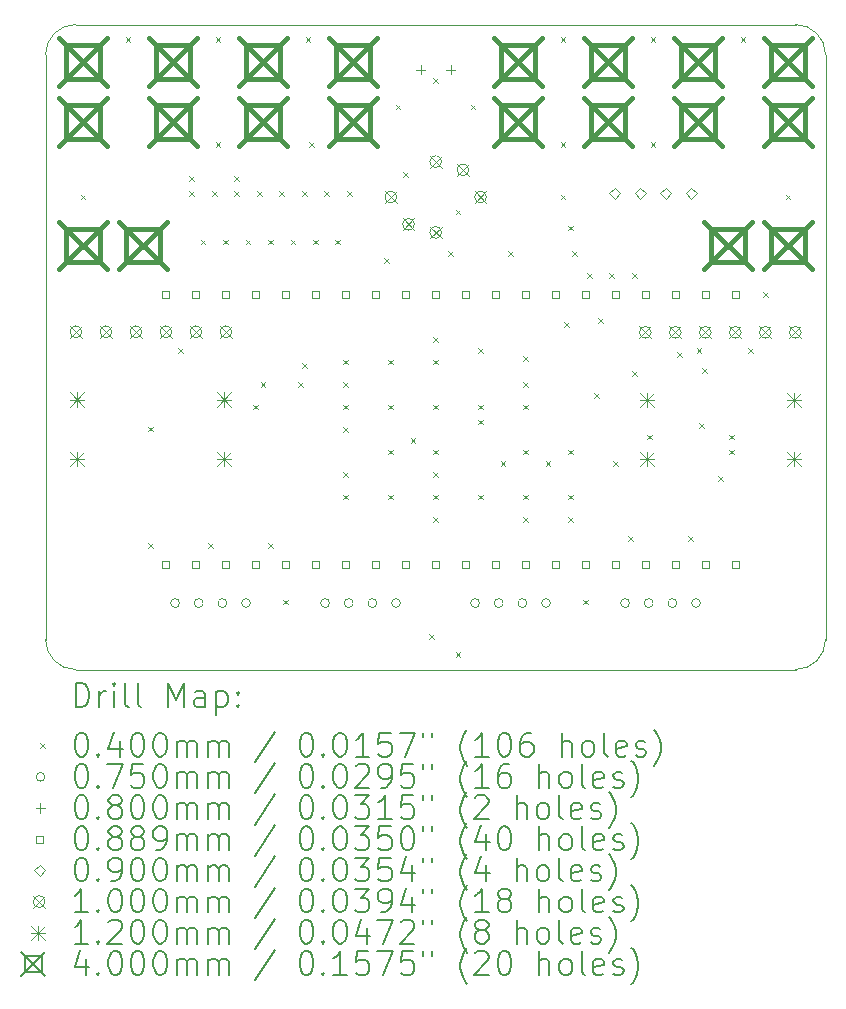
<source format=gbr>
%TF.GenerationSoftware,KiCad,Pcbnew,7.0.6-7.0.6~ubuntu22.04.1*%
%TF.CreationDate,2023-07-15T17:43:01-03:00*%
%TF.ProjectId,FRANZININHO-WIFI-MAKEYMAKEY,4652414e-5a49-44e4-994e-484f2d574946,1.0.0*%
%TF.SameCoordinates,Original*%
%TF.FileFunction,Drillmap*%
%TF.FilePolarity,Positive*%
%FSLAX45Y45*%
G04 Gerber Fmt 4.5, Leading zero omitted, Abs format (unit mm)*
G04 Created by KiCad (PCBNEW 7.0.6-7.0.6~ubuntu22.04.1) date 2023-07-15 17:43:01*
%MOMM*%
%LPD*%
G01*
G04 APERTURE LIST*
%ADD10C,0.100000*%
%ADD11C,0.200000*%
%ADD12C,0.040000*%
%ADD13C,0.075000*%
%ADD14C,0.080000*%
%ADD15C,0.088900*%
%ADD16C,0.090000*%
%ADD17C,0.120000*%
%ADD18C,0.400000*%
G04 APERTURE END LIST*
D10*
X18542000Y-6985000D02*
G75*
G03*
X18288000Y-6731000I-254000J0D01*
G01*
X18288000Y-12192000D02*
G75*
G03*
X18542000Y-11938000I0J254000D01*
G01*
X18542000Y-11938000D02*
X18542000Y-6985000D01*
X11938000Y-6985000D02*
X11938000Y-11938000D01*
X11938000Y-11938000D02*
G75*
G03*
X12192000Y-12192000I254000J0D01*
G01*
X12192000Y-6731000D02*
G75*
G03*
X11938000Y-6985000I0J-254000D01*
G01*
X12192000Y-12192000D02*
X18288000Y-12192000D01*
X18288000Y-6731000D02*
X12192000Y-6731000D01*
D11*
D12*
X12235500Y-8171500D02*
X12275500Y-8211500D01*
X12275500Y-8171500D02*
X12235500Y-8211500D01*
X12616500Y-6838000D02*
X12656500Y-6878000D01*
X12656500Y-6838000D02*
X12616500Y-6878000D01*
X12807000Y-10136000D02*
X12847000Y-10176000D01*
X12847000Y-10136000D02*
X12807000Y-10176000D01*
X12807000Y-11124250D02*
X12847000Y-11164250D01*
X12847000Y-11124250D02*
X12807000Y-11164250D01*
X13061000Y-9473250D02*
X13101000Y-9513250D01*
X13101000Y-9473250D02*
X13061000Y-9513250D01*
X13156250Y-8012750D02*
X13196250Y-8052750D01*
X13196250Y-8012750D02*
X13156250Y-8052750D01*
X13156250Y-8139750D02*
X13196250Y-8179750D01*
X13196250Y-8139750D02*
X13156250Y-8179750D01*
X13251500Y-8552500D02*
X13291500Y-8592500D01*
X13291500Y-8552500D02*
X13251500Y-8592500D01*
X13315000Y-11124250D02*
X13355000Y-11164250D01*
X13355000Y-11124250D02*
X13315000Y-11164250D01*
X13346750Y-8139750D02*
X13386750Y-8179750D01*
X13386750Y-8139750D02*
X13346750Y-8179750D01*
X13378500Y-6838000D02*
X13418500Y-6878000D01*
X13418500Y-6838000D02*
X13378500Y-6878000D01*
X13378500Y-7727000D02*
X13418500Y-7767000D01*
X13418500Y-7727000D02*
X13378500Y-7767000D01*
X13442000Y-8552500D02*
X13482000Y-8592500D01*
X13482000Y-8552500D02*
X13442000Y-8592500D01*
X13537250Y-8012750D02*
X13577250Y-8052750D01*
X13577250Y-8012750D02*
X13537250Y-8052750D01*
X13537250Y-8139750D02*
X13577250Y-8179750D01*
X13577250Y-8139750D02*
X13537250Y-8179750D01*
X13632500Y-8552500D02*
X13672500Y-8592500D01*
X13672500Y-8552500D02*
X13632500Y-8592500D01*
X13696000Y-9949500D02*
X13736000Y-9989500D01*
X13736000Y-9949500D02*
X13696000Y-9989500D01*
X13727750Y-8139750D02*
X13767750Y-8179750D01*
X13767750Y-8139750D02*
X13727750Y-8179750D01*
X13759500Y-9759000D02*
X13799500Y-9799000D01*
X13799500Y-9759000D02*
X13759500Y-9799000D01*
X13823000Y-8552500D02*
X13863000Y-8592500D01*
X13863000Y-8552500D02*
X13823000Y-8592500D01*
X13823000Y-11124250D02*
X13863000Y-11164250D01*
X13863000Y-11124250D02*
X13823000Y-11164250D01*
X13918250Y-8139750D02*
X13958250Y-8179750D01*
X13958250Y-8139750D02*
X13918250Y-8179750D01*
X13950000Y-11600500D02*
X13990000Y-11640500D01*
X13990000Y-11600500D02*
X13950000Y-11640500D01*
X14013500Y-8552500D02*
X14053500Y-8592500D01*
X14053500Y-8552500D02*
X14013500Y-8592500D01*
X14077000Y-9759000D02*
X14117000Y-9799000D01*
X14117000Y-9759000D02*
X14077000Y-9799000D01*
X14107550Y-9600250D02*
X14147550Y-9640250D01*
X14147550Y-9600250D02*
X14107550Y-9640250D01*
X14108750Y-8139750D02*
X14148750Y-8179750D01*
X14148750Y-8139750D02*
X14108750Y-8179750D01*
X14140500Y-6838000D02*
X14180500Y-6878000D01*
X14180500Y-6838000D02*
X14140500Y-6878000D01*
X14172250Y-7727000D02*
X14212250Y-7767000D01*
X14212250Y-7727000D02*
X14172250Y-7767000D01*
X14204000Y-8552500D02*
X14244000Y-8592500D01*
X14244000Y-8552500D02*
X14204000Y-8592500D01*
X14299250Y-8139750D02*
X14339250Y-8179750D01*
X14339250Y-8139750D02*
X14299250Y-8179750D01*
X14390895Y-8552500D02*
X14430895Y-8592500D01*
X14430895Y-8552500D02*
X14390895Y-8592500D01*
X14458000Y-9568500D02*
X14498000Y-9608500D01*
X14498000Y-9568500D02*
X14458000Y-9608500D01*
X14458000Y-9759000D02*
X14498000Y-9799000D01*
X14498000Y-9759000D02*
X14458000Y-9799000D01*
X14458000Y-9949500D02*
X14498000Y-9989500D01*
X14498000Y-9949500D02*
X14458000Y-9989500D01*
X14458000Y-10140000D02*
X14498000Y-10180000D01*
X14498000Y-10140000D02*
X14458000Y-10180000D01*
X14458000Y-10521000D02*
X14498000Y-10561000D01*
X14498000Y-10521000D02*
X14458000Y-10561000D01*
X14458000Y-10711500D02*
X14498000Y-10751500D01*
X14498000Y-10711500D02*
X14458000Y-10751500D01*
X14493495Y-8139750D02*
X14533495Y-8179750D01*
X14533495Y-8139750D02*
X14493495Y-8179750D01*
X14807250Y-8711250D02*
X14847250Y-8751250D01*
X14847250Y-8711250D02*
X14807250Y-8751250D01*
X14839000Y-9568500D02*
X14879000Y-9608500D01*
X14879000Y-9568500D02*
X14839000Y-9608500D01*
X14839000Y-9949500D02*
X14879000Y-9989500D01*
X14879000Y-9949500D02*
X14839000Y-9989500D01*
X14839000Y-10330500D02*
X14879000Y-10370500D01*
X14879000Y-10330500D02*
X14839000Y-10370500D01*
X14839000Y-10711500D02*
X14879000Y-10751500D01*
X14879000Y-10711500D02*
X14839000Y-10751500D01*
X14902500Y-7409500D02*
X14942500Y-7449500D01*
X14942500Y-7409500D02*
X14902500Y-7449500D01*
X14966000Y-7981000D02*
X15006000Y-8021000D01*
X15006000Y-7981000D02*
X14966000Y-8021000D01*
X15029500Y-10235250D02*
X15069500Y-10275250D01*
X15069500Y-10235250D02*
X15029500Y-10275250D01*
X15188250Y-11895200D02*
X15228250Y-11935200D01*
X15228250Y-11895200D02*
X15188250Y-11935200D01*
X15220000Y-7187250D02*
X15260000Y-7227250D01*
X15260000Y-7187250D02*
X15220000Y-7227250D01*
X15220000Y-9378000D02*
X15260000Y-9418000D01*
X15260000Y-9378000D02*
X15220000Y-9418000D01*
X15220000Y-9568500D02*
X15260000Y-9608500D01*
X15260000Y-9568500D02*
X15220000Y-9608500D01*
X15220000Y-9949500D02*
X15260000Y-9989500D01*
X15260000Y-9949500D02*
X15220000Y-9989500D01*
X15220000Y-10330500D02*
X15260000Y-10370500D01*
X15260000Y-10330500D02*
X15220000Y-10370500D01*
X15220000Y-10521000D02*
X15260000Y-10561000D01*
X15260000Y-10521000D02*
X15220000Y-10561000D01*
X15220000Y-10711500D02*
X15260000Y-10751500D01*
X15260000Y-10711500D02*
X15220000Y-10751500D01*
X15220000Y-10902000D02*
X15260000Y-10942000D01*
X15260000Y-10902000D02*
X15220000Y-10942000D01*
X15347000Y-8647750D02*
X15387000Y-8687750D01*
X15387000Y-8647750D02*
X15347000Y-8687750D01*
X15410500Y-8298500D02*
X15450500Y-8338500D01*
X15450500Y-8298500D02*
X15410500Y-8338500D01*
X15410500Y-12045000D02*
X15450500Y-12085000D01*
X15450500Y-12045000D02*
X15410500Y-12085000D01*
X15537500Y-7409500D02*
X15577500Y-7449500D01*
X15577500Y-7409500D02*
X15537500Y-7449500D01*
X15601000Y-9473250D02*
X15641000Y-9513250D01*
X15641000Y-9473250D02*
X15601000Y-9513250D01*
X15601000Y-9949500D02*
X15641000Y-9989500D01*
X15641000Y-9949500D02*
X15601000Y-9989500D01*
X15601000Y-10076500D02*
X15641000Y-10116500D01*
X15641000Y-10076500D02*
X15601000Y-10116500D01*
X15601000Y-10711500D02*
X15641000Y-10751500D01*
X15641000Y-10711500D02*
X15601000Y-10751500D01*
X15791500Y-10425750D02*
X15831500Y-10465750D01*
X15831500Y-10425750D02*
X15791500Y-10465750D01*
X15855000Y-8647750D02*
X15895000Y-8687750D01*
X15895000Y-8647750D02*
X15855000Y-8687750D01*
X15982000Y-9536750D02*
X16022000Y-9576750D01*
X16022000Y-9536750D02*
X15982000Y-9576750D01*
X15982000Y-9759000D02*
X16022000Y-9799000D01*
X16022000Y-9759000D02*
X15982000Y-9799000D01*
X15982000Y-9949500D02*
X16022000Y-9989500D01*
X16022000Y-9949500D02*
X15982000Y-9989500D01*
X15982000Y-10330500D02*
X16022000Y-10370500D01*
X16022000Y-10330500D02*
X15982000Y-10370500D01*
X15982000Y-10711500D02*
X16022000Y-10751500D01*
X16022000Y-10711500D02*
X15982000Y-10751500D01*
X15982000Y-10902000D02*
X16022000Y-10942000D01*
X16022000Y-10902000D02*
X15982000Y-10942000D01*
X16172500Y-10425750D02*
X16212500Y-10465750D01*
X16212500Y-10425750D02*
X16172500Y-10465750D01*
X16299500Y-6838000D02*
X16339500Y-6878000D01*
X16339500Y-6838000D02*
X16299500Y-6878000D01*
X16299500Y-7727000D02*
X16339500Y-7767000D01*
X16339500Y-7727000D02*
X16299500Y-7767000D01*
X16299500Y-8171500D02*
X16339500Y-8211500D01*
X16339500Y-8171500D02*
X16299500Y-8211500D01*
X16331250Y-9251000D02*
X16371250Y-9291000D01*
X16371250Y-9251000D02*
X16331250Y-9291000D01*
X16363000Y-8434450D02*
X16403000Y-8474450D01*
X16403000Y-8434450D02*
X16363000Y-8474450D01*
X16363000Y-10330500D02*
X16403000Y-10370500D01*
X16403000Y-10330500D02*
X16363000Y-10370500D01*
X16363000Y-10711500D02*
X16403000Y-10751500D01*
X16403000Y-10711500D02*
X16363000Y-10751500D01*
X16363000Y-10902000D02*
X16403000Y-10942000D01*
X16403000Y-10902000D02*
X16363000Y-10942000D01*
X16394750Y-8647750D02*
X16434750Y-8687750D01*
X16434750Y-8647750D02*
X16394750Y-8687750D01*
X16490000Y-11600500D02*
X16530000Y-11640500D01*
X16530000Y-11600500D02*
X16490000Y-11640500D01*
X16521750Y-8838250D02*
X16561750Y-8878250D01*
X16561750Y-8838250D02*
X16521750Y-8878250D01*
X16585250Y-9854250D02*
X16625250Y-9894250D01*
X16625250Y-9854250D02*
X16585250Y-9894250D01*
X16617000Y-9219250D02*
X16657000Y-9259250D01*
X16657000Y-9219250D02*
X16617000Y-9259250D01*
X16712250Y-8838250D02*
X16752250Y-8878250D01*
X16752250Y-8838250D02*
X16712250Y-8878250D01*
X16744000Y-10425750D02*
X16784000Y-10465750D01*
X16784000Y-10425750D02*
X16744000Y-10465750D01*
X16871000Y-11060750D02*
X16911000Y-11100750D01*
X16911000Y-11060750D02*
X16871000Y-11100750D01*
X16902750Y-8835450D02*
X16942750Y-8875450D01*
X16942750Y-8835450D02*
X16902750Y-8875450D01*
X16902750Y-9663750D02*
X16942750Y-9703750D01*
X16942750Y-9663750D02*
X16902750Y-9703750D01*
X17029750Y-10203500D02*
X17069750Y-10243500D01*
X17069750Y-10203500D02*
X17029750Y-10243500D01*
X17061500Y-6838000D02*
X17101500Y-6878000D01*
X17101500Y-6838000D02*
X17061500Y-6878000D01*
X17061500Y-7727000D02*
X17101500Y-7767000D01*
X17101500Y-7727000D02*
X17061500Y-7767000D01*
X17283750Y-9505000D02*
X17323750Y-9545000D01*
X17323750Y-9505000D02*
X17283750Y-9545000D01*
X17379000Y-11060750D02*
X17419000Y-11100750D01*
X17419000Y-11060750D02*
X17379000Y-11100750D01*
X17451450Y-9473250D02*
X17491450Y-9513250D01*
X17491450Y-9473250D02*
X17451450Y-9513250D01*
X17474250Y-10108250D02*
X17514250Y-10148250D01*
X17514250Y-10108250D02*
X17474250Y-10148250D01*
X17497050Y-9640950D02*
X17537050Y-9680950D01*
X17537050Y-9640950D02*
X17497050Y-9680950D01*
X17633000Y-10552750D02*
X17673000Y-10592750D01*
X17673000Y-10552750D02*
X17633000Y-10592750D01*
X17728250Y-10203500D02*
X17768250Y-10243500D01*
X17768250Y-10203500D02*
X17728250Y-10243500D01*
X17728250Y-10330500D02*
X17768250Y-10370500D01*
X17768250Y-10330500D02*
X17728250Y-10370500D01*
X17823500Y-6838000D02*
X17863500Y-6878000D01*
X17863500Y-6838000D02*
X17823500Y-6878000D01*
X17887000Y-9473250D02*
X17927000Y-9513250D01*
X17927000Y-9473250D02*
X17887000Y-9513250D01*
X18014000Y-8997000D02*
X18054000Y-9037000D01*
X18054000Y-8997000D02*
X18014000Y-9037000D01*
X18204500Y-8171500D02*
X18244500Y-8211500D01*
X18244500Y-8171500D02*
X18204500Y-8211500D01*
D13*
X13072500Y-11629500D02*
G75*
G03*
X13072500Y-11629500I-37500J0D01*
G01*
X13272500Y-11629500D02*
G75*
G03*
X13272500Y-11629500I-37500J0D01*
G01*
X13472500Y-11629500D02*
G75*
G03*
X13472500Y-11629500I-37500J0D01*
G01*
X13672500Y-11629500D02*
G75*
G03*
X13672500Y-11629500I-37500J0D01*
G01*
X14342500Y-11629500D02*
G75*
G03*
X14342500Y-11629500I-37500J0D01*
G01*
X14542500Y-11629500D02*
G75*
G03*
X14542500Y-11629500I-37500J0D01*
G01*
X14742500Y-11629500D02*
G75*
G03*
X14742500Y-11629500I-37500J0D01*
G01*
X14942500Y-11629500D02*
G75*
G03*
X14942500Y-11629500I-37500J0D01*
G01*
X15612500Y-11629500D02*
G75*
G03*
X15612500Y-11629500I-37500J0D01*
G01*
X15812500Y-11629500D02*
G75*
G03*
X15812500Y-11629500I-37500J0D01*
G01*
X16012500Y-11629500D02*
G75*
G03*
X16012500Y-11629500I-37500J0D01*
G01*
X16212500Y-11629500D02*
G75*
G03*
X16212500Y-11629500I-37500J0D01*
G01*
X16882500Y-11629500D02*
G75*
G03*
X16882500Y-11629500I-37500J0D01*
G01*
X17082500Y-11629500D02*
G75*
G03*
X17082500Y-11629500I-37500J0D01*
G01*
X17282500Y-11629500D02*
G75*
G03*
X17282500Y-11629500I-37500J0D01*
G01*
X17482500Y-11629500D02*
G75*
G03*
X17482500Y-11629500I-37500J0D01*
G01*
D14*
X15113000Y-7072000D02*
X15113000Y-7152000D01*
X15073000Y-7112000D02*
X15153000Y-7112000D01*
X15367000Y-7072000D02*
X15367000Y-7152000D01*
X15327000Y-7112000D02*
X15407000Y-7112000D01*
D15*
X12985431Y-9048431D02*
X12985431Y-8985569D01*
X12922569Y-8985569D01*
X12922569Y-9048431D01*
X12985431Y-9048431D01*
X12985431Y-11334431D02*
X12985431Y-11271569D01*
X12922569Y-11271569D01*
X12922569Y-11334431D01*
X12985431Y-11334431D01*
X13239431Y-9048431D02*
X13239431Y-8985569D01*
X13176569Y-8985569D01*
X13176569Y-9048431D01*
X13239431Y-9048431D01*
X13239431Y-11334431D02*
X13239431Y-11271569D01*
X13176569Y-11271569D01*
X13176569Y-11334431D01*
X13239431Y-11334431D01*
X13493431Y-9048431D02*
X13493431Y-8985569D01*
X13430569Y-8985569D01*
X13430569Y-9048431D01*
X13493431Y-9048431D01*
X13493431Y-11334431D02*
X13493431Y-11271569D01*
X13430569Y-11271569D01*
X13430569Y-11334431D01*
X13493431Y-11334431D01*
X13747431Y-9048431D02*
X13747431Y-8985569D01*
X13684569Y-8985569D01*
X13684569Y-9048431D01*
X13747431Y-9048431D01*
X13747431Y-11334431D02*
X13747431Y-11271569D01*
X13684569Y-11271569D01*
X13684569Y-11334431D01*
X13747431Y-11334431D01*
X14001431Y-9048431D02*
X14001431Y-8985569D01*
X13938569Y-8985569D01*
X13938569Y-9048431D01*
X14001431Y-9048431D01*
X14001431Y-11334431D02*
X14001431Y-11271569D01*
X13938569Y-11271569D01*
X13938569Y-11334431D01*
X14001431Y-11334431D01*
X14255431Y-9048431D02*
X14255431Y-8985569D01*
X14192569Y-8985569D01*
X14192569Y-9048431D01*
X14255431Y-9048431D01*
X14255431Y-11334431D02*
X14255431Y-11271569D01*
X14192569Y-11271569D01*
X14192569Y-11334431D01*
X14255431Y-11334431D01*
X14509431Y-9048431D02*
X14509431Y-8985569D01*
X14446569Y-8985569D01*
X14446569Y-9048431D01*
X14509431Y-9048431D01*
X14509431Y-11334431D02*
X14509431Y-11271569D01*
X14446569Y-11271569D01*
X14446569Y-11334431D01*
X14509431Y-11334431D01*
X14763431Y-9048431D02*
X14763431Y-8985569D01*
X14700569Y-8985569D01*
X14700569Y-9048431D01*
X14763431Y-9048431D01*
X14763431Y-11334431D02*
X14763431Y-11271569D01*
X14700569Y-11271569D01*
X14700569Y-11334431D01*
X14763431Y-11334431D01*
X15017431Y-9048431D02*
X15017431Y-8985569D01*
X14954569Y-8985569D01*
X14954569Y-9048431D01*
X15017431Y-9048431D01*
X15017431Y-11334431D02*
X15017431Y-11271569D01*
X14954569Y-11271569D01*
X14954569Y-11334431D01*
X15017431Y-11334431D01*
X15271431Y-9048431D02*
X15271431Y-8985569D01*
X15208569Y-8985569D01*
X15208569Y-9048431D01*
X15271431Y-9048431D01*
X15271431Y-11334431D02*
X15271431Y-11271569D01*
X15208569Y-11271569D01*
X15208569Y-11334431D01*
X15271431Y-11334431D01*
X15525431Y-9048431D02*
X15525431Y-8985569D01*
X15462569Y-8985569D01*
X15462569Y-9048431D01*
X15525431Y-9048431D01*
X15525431Y-11334431D02*
X15525431Y-11271569D01*
X15462569Y-11271569D01*
X15462569Y-11334431D01*
X15525431Y-11334431D01*
X15779431Y-9048431D02*
X15779431Y-8985569D01*
X15716569Y-8985569D01*
X15716569Y-9048431D01*
X15779431Y-9048431D01*
X15779431Y-11334431D02*
X15779431Y-11271569D01*
X15716569Y-11271569D01*
X15716569Y-11334431D01*
X15779431Y-11334431D01*
X16033431Y-9048431D02*
X16033431Y-8985569D01*
X15970569Y-8985569D01*
X15970569Y-9048431D01*
X16033431Y-9048431D01*
X16033431Y-11334431D02*
X16033431Y-11271569D01*
X15970569Y-11271569D01*
X15970569Y-11334431D01*
X16033431Y-11334431D01*
X16287431Y-9048431D02*
X16287431Y-8985569D01*
X16224569Y-8985569D01*
X16224569Y-9048431D01*
X16287431Y-9048431D01*
X16287431Y-11334431D02*
X16287431Y-11271569D01*
X16224569Y-11271569D01*
X16224569Y-11334431D01*
X16287431Y-11334431D01*
X16541431Y-9048431D02*
X16541431Y-8985569D01*
X16478569Y-8985569D01*
X16478569Y-9048431D01*
X16541431Y-9048431D01*
X16541431Y-11334431D02*
X16541431Y-11271569D01*
X16478569Y-11271569D01*
X16478569Y-11334431D01*
X16541431Y-11334431D01*
X16795431Y-9048431D02*
X16795431Y-8985569D01*
X16732569Y-8985569D01*
X16732569Y-9048431D01*
X16795431Y-9048431D01*
X16795431Y-11334431D02*
X16795431Y-11271569D01*
X16732569Y-11271569D01*
X16732569Y-11334431D01*
X16795431Y-11334431D01*
X17049431Y-9048431D02*
X17049431Y-8985569D01*
X16986569Y-8985569D01*
X16986569Y-9048431D01*
X17049431Y-9048431D01*
X17049431Y-11334431D02*
X17049431Y-11271569D01*
X16986569Y-11271569D01*
X16986569Y-11334431D01*
X17049431Y-11334431D01*
X17303431Y-9048431D02*
X17303431Y-8985569D01*
X17240569Y-8985569D01*
X17240569Y-9048431D01*
X17303431Y-9048431D01*
X17303431Y-11334431D02*
X17303431Y-11271569D01*
X17240569Y-11271569D01*
X17240569Y-11334431D01*
X17303431Y-11334431D01*
X17557431Y-9048431D02*
X17557431Y-8985569D01*
X17494569Y-8985569D01*
X17494569Y-9048431D01*
X17557431Y-9048431D01*
X17557431Y-11334431D02*
X17557431Y-11271569D01*
X17494569Y-11271569D01*
X17494569Y-11334431D01*
X17557431Y-11334431D01*
X17811431Y-9048431D02*
X17811431Y-8985569D01*
X17748569Y-8985569D01*
X17748569Y-9048431D01*
X17811431Y-9048431D01*
X17811431Y-11334431D02*
X17811431Y-11271569D01*
X17748569Y-11271569D01*
X17748569Y-11334431D01*
X17811431Y-11334431D01*
D16*
X16757500Y-8204750D02*
X16802500Y-8159750D01*
X16757500Y-8114750D01*
X16712500Y-8159750D01*
X16757500Y-8204750D01*
X16973400Y-8204750D02*
X17018400Y-8159750D01*
X16973400Y-8114750D01*
X16928400Y-8159750D01*
X16973400Y-8204750D01*
X17189300Y-8204750D02*
X17234300Y-8159750D01*
X17189300Y-8114750D01*
X17144300Y-8159750D01*
X17189300Y-8204750D01*
X17405200Y-8204750D02*
X17450200Y-8159750D01*
X17405200Y-8114750D01*
X17360200Y-8159750D01*
X17405200Y-8204750D01*
D10*
X12144500Y-9282000D02*
X12244500Y-9382000D01*
X12244500Y-9282000D02*
X12144500Y-9382000D01*
X12244500Y-9332000D02*
G75*
G03*
X12244500Y-9332000I-50000J0D01*
G01*
X12398500Y-9282000D02*
X12498500Y-9382000D01*
X12498500Y-9282000D02*
X12398500Y-9382000D01*
X12498500Y-9332000D02*
G75*
G03*
X12498500Y-9332000I-50000J0D01*
G01*
X12652500Y-9282000D02*
X12752500Y-9382000D01*
X12752500Y-9282000D02*
X12652500Y-9382000D01*
X12752500Y-9332000D02*
G75*
G03*
X12752500Y-9332000I-50000J0D01*
G01*
X12906500Y-9282000D02*
X13006500Y-9382000D01*
X13006500Y-9282000D02*
X12906500Y-9382000D01*
X13006500Y-9332000D02*
G75*
G03*
X13006500Y-9332000I-50000J0D01*
G01*
X13160500Y-9282000D02*
X13260500Y-9382000D01*
X13260500Y-9282000D02*
X13160500Y-9382000D01*
X13260500Y-9332000D02*
G75*
G03*
X13260500Y-9332000I-50000J0D01*
G01*
X13414500Y-9282000D02*
X13514500Y-9382000D01*
X13514500Y-9282000D02*
X13414500Y-9382000D01*
X13514500Y-9332000D02*
G75*
G03*
X13514500Y-9332000I-50000J0D01*
G01*
X14811000Y-8141500D02*
X14911000Y-8241500D01*
X14911000Y-8141500D02*
X14811000Y-8241500D01*
X14911000Y-8191500D02*
G75*
G03*
X14911000Y-8191500I-50000J0D01*
G01*
X14961000Y-8371500D02*
X15061000Y-8471500D01*
X15061000Y-8371500D02*
X14961000Y-8471500D01*
X15061000Y-8421500D02*
G75*
G03*
X15061000Y-8421500I-50000J0D01*
G01*
X15191000Y-7841500D02*
X15291000Y-7941500D01*
X15291000Y-7841500D02*
X15191000Y-7941500D01*
X15291000Y-7891500D02*
G75*
G03*
X15291000Y-7891500I-50000J0D01*
G01*
X15191000Y-8441500D02*
X15291000Y-8541500D01*
X15291000Y-8441500D02*
X15191000Y-8541500D01*
X15291000Y-8491500D02*
G75*
G03*
X15291000Y-8491500I-50000J0D01*
G01*
X15421000Y-7911500D02*
X15521000Y-8011500D01*
X15521000Y-7911500D02*
X15421000Y-8011500D01*
X15521000Y-7961500D02*
G75*
G03*
X15521000Y-7961500I-50000J0D01*
G01*
X15571000Y-8141500D02*
X15671000Y-8241500D01*
X15671000Y-8141500D02*
X15571000Y-8241500D01*
X15671000Y-8191500D02*
G75*
G03*
X15671000Y-8191500I-50000J0D01*
G01*
X16965500Y-9287000D02*
X17065500Y-9387000D01*
X17065500Y-9287000D02*
X16965500Y-9387000D01*
X17065500Y-9337000D02*
G75*
G03*
X17065500Y-9337000I-50000J0D01*
G01*
X17219500Y-9287000D02*
X17319500Y-9387000D01*
X17319500Y-9287000D02*
X17219500Y-9387000D01*
X17319500Y-9337000D02*
G75*
G03*
X17319500Y-9337000I-50000J0D01*
G01*
X17473500Y-9287000D02*
X17573500Y-9387000D01*
X17573500Y-9287000D02*
X17473500Y-9387000D01*
X17573500Y-9337000D02*
G75*
G03*
X17573500Y-9337000I-50000J0D01*
G01*
X17727500Y-9287000D02*
X17827500Y-9387000D01*
X17827500Y-9287000D02*
X17727500Y-9387000D01*
X17827500Y-9337000D02*
G75*
G03*
X17827500Y-9337000I-50000J0D01*
G01*
X17981500Y-9287000D02*
X18081500Y-9387000D01*
X18081500Y-9287000D02*
X17981500Y-9387000D01*
X18081500Y-9337000D02*
G75*
G03*
X18081500Y-9337000I-50000J0D01*
G01*
X18235500Y-9287000D02*
X18335500Y-9387000D01*
X18335500Y-9287000D02*
X18235500Y-9387000D01*
X18335500Y-9337000D02*
G75*
G03*
X18335500Y-9337000I-50000J0D01*
G01*
D17*
X12142000Y-9846000D02*
X12262000Y-9966000D01*
X12262000Y-9846000D02*
X12142000Y-9966000D01*
X12202000Y-9846000D02*
X12202000Y-9966000D01*
X12142000Y-9906000D02*
X12262000Y-9906000D01*
X12142000Y-10346000D02*
X12262000Y-10466000D01*
X12262000Y-10346000D02*
X12142000Y-10466000D01*
X12202000Y-10346000D02*
X12202000Y-10466000D01*
X12142000Y-10406000D02*
X12262000Y-10406000D01*
X13392000Y-9846000D02*
X13512000Y-9966000D01*
X13512000Y-9846000D02*
X13392000Y-9966000D01*
X13452000Y-9846000D02*
X13452000Y-9966000D01*
X13392000Y-9906000D02*
X13512000Y-9906000D01*
X13392000Y-10346000D02*
X13512000Y-10466000D01*
X13512000Y-10346000D02*
X13392000Y-10466000D01*
X13452000Y-10346000D02*
X13452000Y-10466000D01*
X13392000Y-10406000D02*
X13512000Y-10406000D01*
X16968000Y-9850000D02*
X17088000Y-9970000D01*
X17088000Y-9850000D02*
X16968000Y-9970000D01*
X17028000Y-9850000D02*
X17028000Y-9970000D01*
X16968000Y-9910000D02*
X17088000Y-9910000D01*
X16968000Y-10350000D02*
X17088000Y-10470000D01*
X17088000Y-10350000D02*
X16968000Y-10470000D01*
X17028000Y-10350000D02*
X17028000Y-10470000D01*
X16968000Y-10410000D02*
X17088000Y-10410000D01*
X18218000Y-9850000D02*
X18338000Y-9970000D01*
X18338000Y-9850000D02*
X18218000Y-9970000D01*
X18278000Y-9850000D02*
X18278000Y-9970000D01*
X18218000Y-9910000D02*
X18338000Y-9910000D01*
X18218000Y-10350000D02*
X18338000Y-10470000D01*
X18338000Y-10350000D02*
X18218000Y-10470000D01*
X18278000Y-10350000D02*
X18278000Y-10470000D01*
X18218000Y-10410000D02*
X18338000Y-10410000D01*
D18*
X12055500Y-6848500D02*
X12455500Y-7248500D01*
X12455500Y-6848500D02*
X12055500Y-7248500D01*
X12396923Y-7189923D02*
X12396923Y-6907077D01*
X12114077Y-6907077D01*
X12114077Y-7189923D01*
X12396923Y-7189923D01*
X12055500Y-7356500D02*
X12455500Y-7756500D01*
X12455500Y-7356500D02*
X12055500Y-7756500D01*
X12396923Y-7697923D02*
X12396923Y-7415077D01*
X12114077Y-7415077D01*
X12114077Y-7697923D01*
X12396923Y-7697923D01*
X12055500Y-8404250D02*
X12455500Y-8804250D01*
X12455500Y-8404250D02*
X12055500Y-8804250D01*
X12396923Y-8745673D02*
X12396923Y-8462827D01*
X12114077Y-8462827D01*
X12114077Y-8745673D01*
X12396923Y-8745673D01*
X12563500Y-8404250D02*
X12963500Y-8804250D01*
X12963500Y-8404250D02*
X12563500Y-8804250D01*
X12904923Y-8745673D02*
X12904923Y-8462827D01*
X12622077Y-8462827D01*
X12622077Y-8745673D01*
X12904923Y-8745673D01*
X12817500Y-6848500D02*
X13217500Y-7248500D01*
X13217500Y-6848500D02*
X12817500Y-7248500D01*
X13158923Y-7189923D02*
X13158923Y-6907077D01*
X12876077Y-6907077D01*
X12876077Y-7189923D01*
X13158923Y-7189923D01*
X12817500Y-7356500D02*
X13217500Y-7756500D01*
X13217500Y-7356500D02*
X12817500Y-7756500D01*
X13158923Y-7697923D02*
X13158923Y-7415077D01*
X12876077Y-7415077D01*
X12876077Y-7697923D01*
X13158923Y-7697923D01*
X13579500Y-6848500D02*
X13979500Y-7248500D01*
X13979500Y-6848500D02*
X13579500Y-7248500D01*
X13920923Y-7189923D02*
X13920923Y-6907077D01*
X13638077Y-6907077D01*
X13638077Y-7189923D01*
X13920923Y-7189923D01*
X13579500Y-7356500D02*
X13979500Y-7756500D01*
X13979500Y-7356500D02*
X13579500Y-7756500D01*
X13920923Y-7697923D02*
X13920923Y-7415077D01*
X13638077Y-7415077D01*
X13638077Y-7697923D01*
X13920923Y-7697923D01*
X14341500Y-6848500D02*
X14741500Y-7248500D01*
X14741500Y-6848500D02*
X14341500Y-7248500D01*
X14682923Y-7189923D02*
X14682923Y-6907077D01*
X14400077Y-6907077D01*
X14400077Y-7189923D01*
X14682923Y-7189923D01*
X14341500Y-7356500D02*
X14741500Y-7756500D01*
X14741500Y-7356500D02*
X14341500Y-7756500D01*
X14682923Y-7697923D02*
X14682923Y-7415077D01*
X14400077Y-7415077D01*
X14400077Y-7697923D01*
X14682923Y-7697923D01*
X15738500Y-6848500D02*
X16138500Y-7248500D01*
X16138500Y-6848500D02*
X15738500Y-7248500D01*
X16079923Y-7189923D02*
X16079923Y-6907077D01*
X15797077Y-6907077D01*
X15797077Y-7189923D01*
X16079923Y-7189923D01*
X15738500Y-7356500D02*
X16138500Y-7756500D01*
X16138500Y-7356500D02*
X15738500Y-7756500D01*
X16079923Y-7697923D02*
X16079923Y-7415077D01*
X15797077Y-7415077D01*
X15797077Y-7697923D01*
X16079923Y-7697923D01*
X16500500Y-6848500D02*
X16900500Y-7248500D01*
X16900500Y-6848500D02*
X16500500Y-7248500D01*
X16841923Y-7189923D02*
X16841923Y-6907077D01*
X16559077Y-6907077D01*
X16559077Y-7189923D01*
X16841923Y-7189923D01*
X16500500Y-7356500D02*
X16900500Y-7756500D01*
X16900500Y-7356500D02*
X16500500Y-7756500D01*
X16841923Y-7697923D02*
X16841923Y-7415077D01*
X16559077Y-7415077D01*
X16559077Y-7697923D01*
X16841923Y-7697923D01*
X17262500Y-6848500D02*
X17662500Y-7248500D01*
X17662500Y-6848500D02*
X17262500Y-7248500D01*
X17603923Y-7189923D02*
X17603923Y-6907077D01*
X17321077Y-6907077D01*
X17321077Y-7189923D01*
X17603923Y-7189923D01*
X17262500Y-7356500D02*
X17662500Y-7756500D01*
X17662500Y-7356500D02*
X17262500Y-7756500D01*
X17603923Y-7697923D02*
X17603923Y-7415077D01*
X17321077Y-7415077D01*
X17321077Y-7697923D01*
X17603923Y-7697923D01*
X17516500Y-8404250D02*
X17916500Y-8804250D01*
X17916500Y-8404250D02*
X17516500Y-8804250D01*
X17857923Y-8745673D02*
X17857923Y-8462827D01*
X17575077Y-8462827D01*
X17575077Y-8745673D01*
X17857923Y-8745673D01*
X18024500Y-6848500D02*
X18424500Y-7248500D01*
X18424500Y-6848500D02*
X18024500Y-7248500D01*
X18365923Y-7189923D02*
X18365923Y-6907077D01*
X18083077Y-6907077D01*
X18083077Y-7189923D01*
X18365923Y-7189923D01*
X18024500Y-7356500D02*
X18424500Y-7756500D01*
X18424500Y-7356500D02*
X18024500Y-7756500D01*
X18365923Y-7697923D02*
X18365923Y-7415077D01*
X18083077Y-7415077D01*
X18083077Y-7697923D01*
X18365923Y-7697923D01*
X18024500Y-8404250D02*
X18424500Y-8804250D01*
X18424500Y-8404250D02*
X18024500Y-8804250D01*
X18365923Y-8745673D02*
X18365923Y-8462827D01*
X18083077Y-8462827D01*
X18083077Y-8745673D01*
X18365923Y-8745673D01*
D11*
X12193777Y-12508484D02*
X12193777Y-12308484D01*
X12193777Y-12308484D02*
X12241396Y-12308484D01*
X12241396Y-12308484D02*
X12269967Y-12318008D01*
X12269967Y-12318008D02*
X12289015Y-12337055D01*
X12289015Y-12337055D02*
X12298539Y-12356103D01*
X12298539Y-12356103D02*
X12308062Y-12394198D01*
X12308062Y-12394198D02*
X12308062Y-12422769D01*
X12308062Y-12422769D02*
X12298539Y-12460865D01*
X12298539Y-12460865D02*
X12289015Y-12479912D01*
X12289015Y-12479912D02*
X12269967Y-12498960D01*
X12269967Y-12498960D02*
X12241396Y-12508484D01*
X12241396Y-12508484D02*
X12193777Y-12508484D01*
X12393777Y-12508484D02*
X12393777Y-12375150D01*
X12393777Y-12413246D02*
X12403301Y-12394198D01*
X12403301Y-12394198D02*
X12412824Y-12384674D01*
X12412824Y-12384674D02*
X12431872Y-12375150D01*
X12431872Y-12375150D02*
X12450920Y-12375150D01*
X12517586Y-12508484D02*
X12517586Y-12375150D01*
X12517586Y-12308484D02*
X12508062Y-12318008D01*
X12508062Y-12318008D02*
X12517586Y-12327531D01*
X12517586Y-12327531D02*
X12527110Y-12318008D01*
X12527110Y-12318008D02*
X12517586Y-12308484D01*
X12517586Y-12308484D02*
X12517586Y-12327531D01*
X12641396Y-12508484D02*
X12622348Y-12498960D01*
X12622348Y-12498960D02*
X12612824Y-12479912D01*
X12612824Y-12479912D02*
X12612824Y-12308484D01*
X12746158Y-12508484D02*
X12727110Y-12498960D01*
X12727110Y-12498960D02*
X12717586Y-12479912D01*
X12717586Y-12479912D02*
X12717586Y-12308484D01*
X12974729Y-12508484D02*
X12974729Y-12308484D01*
X12974729Y-12308484D02*
X13041396Y-12451341D01*
X13041396Y-12451341D02*
X13108062Y-12308484D01*
X13108062Y-12308484D02*
X13108062Y-12508484D01*
X13289015Y-12508484D02*
X13289015Y-12403722D01*
X13289015Y-12403722D02*
X13279491Y-12384674D01*
X13279491Y-12384674D02*
X13260443Y-12375150D01*
X13260443Y-12375150D02*
X13222348Y-12375150D01*
X13222348Y-12375150D02*
X13203301Y-12384674D01*
X13289015Y-12498960D02*
X13269967Y-12508484D01*
X13269967Y-12508484D02*
X13222348Y-12508484D01*
X13222348Y-12508484D02*
X13203301Y-12498960D01*
X13203301Y-12498960D02*
X13193777Y-12479912D01*
X13193777Y-12479912D02*
X13193777Y-12460865D01*
X13193777Y-12460865D02*
X13203301Y-12441817D01*
X13203301Y-12441817D02*
X13222348Y-12432293D01*
X13222348Y-12432293D02*
X13269967Y-12432293D01*
X13269967Y-12432293D02*
X13289015Y-12422769D01*
X13384253Y-12375150D02*
X13384253Y-12575150D01*
X13384253Y-12384674D02*
X13403301Y-12375150D01*
X13403301Y-12375150D02*
X13441396Y-12375150D01*
X13441396Y-12375150D02*
X13460443Y-12384674D01*
X13460443Y-12384674D02*
X13469967Y-12394198D01*
X13469967Y-12394198D02*
X13479491Y-12413246D01*
X13479491Y-12413246D02*
X13479491Y-12470388D01*
X13479491Y-12470388D02*
X13469967Y-12489436D01*
X13469967Y-12489436D02*
X13460443Y-12498960D01*
X13460443Y-12498960D02*
X13441396Y-12508484D01*
X13441396Y-12508484D02*
X13403301Y-12508484D01*
X13403301Y-12508484D02*
X13384253Y-12498960D01*
X13565205Y-12489436D02*
X13574729Y-12498960D01*
X13574729Y-12498960D02*
X13565205Y-12508484D01*
X13565205Y-12508484D02*
X13555682Y-12498960D01*
X13555682Y-12498960D02*
X13565205Y-12489436D01*
X13565205Y-12489436D02*
X13565205Y-12508484D01*
X13565205Y-12384674D02*
X13574729Y-12394198D01*
X13574729Y-12394198D02*
X13565205Y-12403722D01*
X13565205Y-12403722D02*
X13555682Y-12394198D01*
X13555682Y-12394198D02*
X13565205Y-12384674D01*
X13565205Y-12384674D02*
X13565205Y-12403722D01*
D12*
X11893000Y-12817000D02*
X11933000Y-12857000D01*
X11933000Y-12817000D02*
X11893000Y-12857000D01*
D11*
X12231872Y-12728484D02*
X12250920Y-12728484D01*
X12250920Y-12728484D02*
X12269967Y-12738008D01*
X12269967Y-12738008D02*
X12279491Y-12747531D01*
X12279491Y-12747531D02*
X12289015Y-12766579D01*
X12289015Y-12766579D02*
X12298539Y-12804674D01*
X12298539Y-12804674D02*
X12298539Y-12852293D01*
X12298539Y-12852293D02*
X12289015Y-12890388D01*
X12289015Y-12890388D02*
X12279491Y-12909436D01*
X12279491Y-12909436D02*
X12269967Y-12918960D01*
X12269967Y-12918960D02*
X12250920Y-12928484D01*
X12250920Y-12928484D02*
X12231872Y-12928484D01*
X12231872Y-12928484D02*
X12212824Y-12918960D01*
X12212824Y-12918960D02*
X12203301Y-12909436D01*
X12203301Y-12909436D02*
X12193777Y-12890388D01*
X12193777Y-12890388D02*
X12184253Y-12852293D01*
X12184253Y-12852293D02*
X12184253Y-12804674D01*
X12184253Y-12804674D02*
X12193777Y-12766579D01*
X12193777Y-12766579D02*
X12203301Y-12747531D01*
X12203301Y-12747531D02*
X12212824Y-12738008D01*
X12212824Y-12738008D02*
X12231872Y-12728484D01*
X12384253Y-12909436D02*
X12393777Y-12918960D01*
X12393777Y-12918960D02*
X12384253Y-12928484D01*
X12384253Y-12928484D02*
X12374729Y-12918960D01*
X12374729Y-12918960D02*
X12384253Y-12909436D01*
X12384253Y-12909436D02*
X12384253Y-12928484D01*
X12565205Y-12795150D02*
X12565205Y-12928484D01*
X12517586Y-12718960D02*
X12469967Y-12861817D01*
X12469967Y-12861817D02*
X12593777Y-12861817D01*
X12708062Y-12728484D02*
X12727110Y-12728484D01*
X12727110Y-12728484D02*
X12746158Y-12738008D01*
X12746158Y-12738008D02*
X12755682Y-12747531D01*
X12755682Y-12747531D02*
X12765205Y-12766579D01*
X12765205Y-12766579D02*
X12774729Y-12804674D01*
X12774729Y-12804674D02*
X12774729Y-12852293D01*
X12774729Y-12852293D02*
X12765205Y-12890388D01*
X12765205Y-12890388D02*
X12755682Y-12909436D01*
X12755682Y-12909436D02*
X12746158Y-12918960D01*
X12746158Y-12918960D02*
X12727110Y-12928484D01*
X12727110Y-12928484D02*
X12708062Y-12928484D01*
X12708062Y-12928484D02*
X12689015Y-12918960D01*
X12689015Y-12918960D02*
X12679491Y-12909436D01*
X12679491Y-12909436D02*
X12669967Y-12890388D01*
X12669967Y-12890388D02*
X12660443Y-12852293D01*
X12660443Y-12852293D02*
X12660443Y-12804674D01*
X12660443Y-12804674D02*
X12669967Y-12766579D01*
X12669967Y-12766579D02*
X12679491Y-12747531D01*
X12679491Y-12747531D02*
X12689015Y-12738008D01*
X12689015Y-12738008D02*
X12708062Y-12728484D01*
X12898539Y-12728484D02*
X12917586Y-12728484D01*
X12917586Y-12728484D02*
X12936634Y-12738008D01*
X12936634Y-12738008D02*
X12946158Y-12747531D01*
X12946158Y-12747531D02*
X12955682Y-12766579D01*
X12955682Y-12766579D02*
X12965205Y-12804674D01*
X12965205Y-12804674D02*
X12965205Y-12852293D01*
X12965205Y-12852293D02*
X12955682Y-12890388D01*
X12955682Y-12890388D02*
X12946158Y-12909436D01*
X12946158Y-12909436D02*
X12936634Y-12918960D01*
X12936634Y-12918960D02*
X12917586Y-12928484D01*
X12917586Y-12928484D02*
X12898539Y-12928484D01*
X12898539Y-12928484D02*
X12879491Y-12918960D01*
X12879491Y-12918960D02*
X12869967Y-12909436D01*
X12869967Y-12909436D02*
X12860443Y-12890388D01*
X12860443Y-12890388D02*
X12850920Y-12852293D01*
X12850920Y-12852293D02*
X12850920Y-12804674D01*
X12850920Y-12804674D02*
X12860443Y-12766579D01*
X12860443Y-12766579D02*
X12869967Y-12747531D01*
X12869967Y-12747531D02*
X12879491Y-12738008D01*
X12879491Y-12738008D02*
X12898539Y-12728484D01*
X13050920Y-12928484D02*
X13050920Y-12795150D01*
X13050920Y-12814198D02*
X13060443Y-12804674D01*
X13060443Y-12804674D02*
X13079491Y-12795150D01*
X13079491Y-12795150D02*
X13108063Y-12795150D01*
X13108063Y-12795150D02*
X13127110Y-12804674D01*
X13127110Y-12804674D02*
X13136634Y-12823722D01*
X13136634Y-12823722D02*
X13136634Y-12928484D01*
X13136634Y-12823722D02*
X13146158Y-12804674D01*
X13146158Y-12804674D02*
X13165205Y-12795150D01*
X13165205Y-12795150D02*
X13193777Y-12795150D01*
X13193777Y-12795150D02*
X13212824Y-12804674D01*
X13212824Y-12804674D02*
X13222348Y-12823722D01*
X13222348Y-12823722D02*
X13222348Y-12928484D01*
X13317586Y-12928484D02*
X13317586Y-12795150D01*
X13317586Y-12814198D02*
X13327110Y-12804674D01*
X13327110Y-12804674D02*
X13346158Y-12795150D01*
X13346158Y-12795150D02*
X13374729Y-12795150D01*
X13374729Y-12795150D02*
X13393777Y-12804674D01*
X13393777Y-12804674D02*
X13403301Y-12823722D01*
X13403301Y-12823722D02*
X13403301Y-12928484D01*
X13403301Y-12823722D02*
X13412824Y-12804674D01*
X13412824Y-12804674D02*
X13431872Y-12795150D01*
X13431872Y-12795150D02*
X13460443Y-12795150D01*
X13460443Y-12795150D02*
X13479491Y-12804674D01*
X13479491Y-12804674D02*
X13489015Y-12823722D01*
X13489015Y-12823722D02*
X13489015Y-12928484D01*
X13879491Y-12718960D02*
X13708063Y-12976103D01*
X14136634Y-12728484D02*
X14155682Y-12728484D01*
X14155682Y-12728484D02*
X14174729Y-12738008D01*
X14174729Y-12738008D02*
X14184253Y-12747531D01*
X14184253Y-12747531D02*
X14193777Y-12766579D01*
X14193777Y-12766579D02*
X14203301Y-12804674D01*
X14203301Y-12804674D02*
X14203301Y-12852293D01*
X14203301Y-12852293D02*
X14193777Y-12890388D01*
X14193777Y-12890388D02*
X14184253Y-12909436D01*
X14184253Y-12909436D02*
X14174729Y-12918960D01*
X14174729Y-12918960D02*
X14155682Y-12928484D01*
X14155682Y-12928484D02*
X14136634Y-12928484D01*
X14136634Y-12928484D02*
X14117586Y-12918960D01*
X14117586Y-12918960D02*
X14108063Y-12909436D01*
X14108063Y-12909436D02*
X14098539Y-12890388D01*
X14098539Y-12890388D02*
X14089015Y-12852293D01*
X14089015Y-12852293D02*
X14089015Y-12804674D01*
X14089015Y-12804674D02*
X14098539Y-12766579D01*
X14098539Y-12766579D02*
X14108063Y-12747531D01*
X14108063Y-12747531D02*
X14117586Y-12738008D01*
X14117586Y-12738008D02*
X14136634Y-12728484D01*
X14289015Y-12909436D02*
X14298539Y-12918960D01*
X14298539Y-12918960D02*
X14289015Y-12928484D01*
X14289015Y-12928484D02*
X14279491Y-12918960D01*
X14279491Y-12918960D02*
X14289015Y-12909436D01*
X14289015Y-12909436D02*
X14289015Y-12928484D01*
X14422348Y-12728484D02*
X14441396Y-12728484D01*
X14441396Y-12728484D02*
X14460444Y-12738008D01*
X14460444Y-12738008D02*
X14469967Y-12747531D01*
X14469967Y-12747531D02*
X14479491Y-12766579D01*
X14479491Y-12766579D02*
X14489015Y-12804674D01*
X14489015Y-12804674D02*
X14489015Y-12852293D01*
X14489015Y-12852293D02*
X14479491Y-12890388D01*
X14479491Y-12890388D02*
X14469967Y-12909436D01*
X14469967Y-12909436D02*
X14460444Y-12918960D01*
X14460444Y-12918960D02*
X14441396Y-12928484D01*
X14441396Y-12928484D02*
X14422348Y-12928484D01*
X14422348Y-12928484D02*
X14403301Y-12918960D01*
X14403301Y-12918960D02*
X14393777Y-12909436D01*
X14393777Y-12909436D02*
X14384253Y-12890388D01*
X14384253Y-12890388D02*
X14374729Y-12852293D01*
X14374729Y-12852293D02*
X14374729Y-12804674D01*
X14374729Y-12804674D02*
X14384253Y-12766579D01*
X14384253Y-12766579D02*
X14393777Y-12747531D01*
X14393777Y-12747531D02*
X14403301Y-12738008D01*
X14403301Y-12738008D02*
X14422348Y-12728484D01*
X14679491Y-12928484D02*
X14565206Y-12928484D01*
X14622348Y-12928484D02*
X14622348Y-12728484D01*
X14622348Y-12728484D02*
X14603301Y-12757055D01*
X14603301Y-12757055D02*
X14584253Y-12776103D01*
X14584253Y-12776103D02*
X14565206Y-12785627D01*
X14860444Y-12728484D02*
X14765206Y-12728484D01*
X14765206Y-12728484D02*
X14755682Y-12823722D01*
X14755682Y-12823722D02*
X14765206Y-12814198D01*
X14765206Y-12814198D02*
X14784253Y-12804674D01*
X14784253Y-12804674D02*
X14831872Y-12804674D01*
X14831872Y-12804674D02*
X14850920Y-12814198D01*
X14850920Y-12814198D02*
X14860444Y-12823722D01*
X14860444Y-12823722D02*
X14869967Y-12842769D01*
X14869967Y-12842769D02*
X14869967Y-12890388D01*
X14869967Y-12890388D02*
X14860444Y-12909436D01*
X14860444Y-12909436D02*
X14850920Y-12918960D01*
X14850920Y-12918960D02*
X14831872Y-12928484D01*
X14831872Y-12928484D02*
X14784253Y-12928484D01*
X14784253Y-12928484D02*
X14765206Y-12918960D01*
X14765206Y-12918960D02*
X14755682Y-12909436D01*
X14936634Y-12728484D02*
X15069967Y-12728484D01*
X15069967Y-12728484D02*
X14984253Y-12928484D01*
X15136634Y-12728484D02*
X15136634Y-12766579D01*
X15212825Y-12728484D02*
X15212825Y-12766579D01*
X15508063Y-13004674D02*
X15498539Y-12995150D01*
X15498539Y-12995150D02*
X15479491Y-12966579D01*
X15479491Y-12966579D02*
X15469968Y-12947531D01*
X15469968Y-12947531D02*
X15460444Y-12918960D01*
X15460444Y-12918960D02*
X15450920Y-12871341D01*
X15450920Y-12871341D02*
X15450920Y-12833246D01*
X15450920Y-12833246D02*
X15460444Y-12785627D01*
X15460444Y-12785627D02*
X15469968Y-12757055D01*
X15469968Y-12757055D02*
X15479491Y-12738008D01*
X15479491Y-12738008D02*
X15498539Y-12709436D01*
X15498539Y-12709436D02*
X15508063Y-12699912D01*
X15689015Y-12928484D02*
X15574729Y-12928484D01*
X15631872Y-12928484D02*
X15631872Y-12728484D01*
X15631872Y-12728484D02*
X15612825Y-12757055D01*
X15612825Y-12757055D02*
X15593777Y-12776103D01*
X15593777Y-12776103D02*
X15574729Y-12785627D01*
X15812825Y-12728484D02*
X15831872Y-12728484D01*
X15831872Y-12728484D02*
X15850920Y-12738008D01*
X15850920Y-12738008D02*
X15860444Y-12747531D01*
X15860444Y-12747531D02*
X15869968Y-12766579D01*
X15869968Y-12766579D02*
X15879491Y-12804674D01*
X15879491Y-12804674D02*
X15879491Y-12852293D01*
X15879491Y-12852293D02*
X15869968Y-12890388D01*
X15869968Y-12890388D02*
X15860444Y-12909436D01*
X15860444Y-12909436D02*
X15850920Y-12918960D01*
X15850920Y-12918960D02*
X15831872Y-12928484D01*
X15831872Y-12928484D02*
X15812825Y-12928484D01*
X15812825Y-12928484D02*
X15793777Y-12918960D01*
X15793777Y-12918960D02*
X15784253Y-12909436D01*
X15784253Y-12909436D02*
X15774729Y-12890388D01*
X15774729Y-12890388D02*
X15765206Y-12852293D01*
X15765206Y-12852293D02*
X15765206Y-12804674D01*
X15765206Y-12804674D02*
X15774729Y-12766579D01*
X15774729Y-12766579D02*
X15784253Y-12747531D01*
X15784253Y-12747531D02*
X15793777Y-12738008D01*
X15793777Y-12738008D02*
X15812825Y-12728484D01*
X16050920Y-12728484D02*
X16012825Y-12728484D01*
X16012825Y-12728484D02*
X15993777Y-12738008D01*
X15993777Y-12738008D02*
X15984253Y-12747531D01*
X15984253Y-12747531D02*
X15965206Y-12776103D01*
X15965206Y-12776103D02*
X15955682Y-12814198D01*
X15955682Y-12814198D02*
X15955682Y-12890388D01*
X15955682Y-12890388D02*
X15965206Y-12909436D01*
X15965206Y-12909436D02*
X15974729Y-12918960D01*
X15974729Y-12918960D02*
X15993777Y-12928484D01*
X15993777Y-12928484D02*
X16031872Y-12928484D01*
X16031872Y-12928484D02*
X16050920Y-12918960D01*
X16050920Y-12918960D02*
X16060444Y-12909436D01*
X16060444Y-12909436D02*
X16069968Y-12890388D01*
X16069968Y-12890388D02*
X16069968Y-12842769D01*
X16069968Y-12842769D02*
X16060444Y-12823722D01*
X16060444Y-12823722D02*
X16050920Y-12814198D01*
X16050920Y-12814198D02*
X16031872Y-12804674D01*
X16031872Y-12804674D02*
X15993777Y-12804674D01*
X15993777Y-12804674D02*
X15974729Y-12814198D01*
X15974729Y-12814198D02*
X15965206Y-12823722D01*
X15965206Y-12823722D02*
X15955682Y-12842769D01*
X16308063Y-12928484D02*
X16308063Y-12728484D01*
X16393777Y-12928484D02*
X16393777Y-12823722D01*
X16393777Y-12823722D02*
X16384253Y-12804674D01*
X16384253Y-12804674D02*
X16365206Y-12795150D01*
X16365206Y-12795150D02*
X16336634Y-12795150D01*
X16336634Y-12795150D02*
X16317587Y-12804674D01*
X16317587Y-12804674D02*
X16308063Y-12814198D01*
X16517587Y-12928484D02*
X16498539Y-12918960D01*
X16498539Y-12918960D02*
X16489015Y-12909436D01*
X16489015Y-12909436D02*
X16479491Y-12890388D01*
X16479491Y-12890388D02*
X16479491Y-12833246D01*
X16479491Y-12833246D02*
X16489015Y-12814198D01*
X16489015Y-12814198D02*
X16498539Y-12804674D01*
X16498539Y-12804674D02*
X16517587Y-12795150D01*
X16517587Y-12795150D02*
X16546158Y-12795150D01*
X16546158Y-12795150D02*
X16565206Y-12804674D01*
X16565206Y-12804674D02*
X16574730Y-12814198D01*
X16574730Y-12814198D02*
X16584253Y-12833246D01*
X16584253Y-12833246D02*
X16584253Y-12890388D01*
X16584253Y-12890388D02*
X16574730Y-12909436D01*
X16574730Y-12909436D02*
X16565206Y-12918960D01*
X16565206Y-12918960D02*
X16546158Y-12928484D01*
X16546158Y-12928484D02*
X16517587Y-12928484D01*
X16698539Y-12928484D02*
X16679491Y-12918960D01*
X16679491Y-12918960D02*
X16669968Y-12899912D01*
X16669968Y-12899912D02*
X16669968Y-12728484D01*
X16850920Y-12918960D02*
X16831873Y-12928484D01*
X16831873Y-12928484D02*
X16793777Y-12928484D01*
X16793777Y-12928484D02*
X16774730Y-12918960D01*
X16774730Y-12918960D02*
X16765206Y-12899912D01*
X16765206Y-12899912D02*
X16765206Y-12823722D01*
X16765206Y-12823722D02*
X16774730Y-12804674D01*
X16774730Y-12804674D02*
X16793777Y-12795150D01*
X16793777Y-12795150D02*
X16831873Y-12795150D01*
X16831873Y-12795150D02*
X16850920Y-12804674D01*
X16850920Y-12804674D02*
X16860444Y-12823722D01*
X16860444Y-12823722D02*
X16860444Y-12842769D01*
X16860444Y-12842769D02*
X16765206Y-12861817D01*
X16936634Y-12918960D02*
X16955682Y-12928484D01*
X16955682Y-12928484D02*
X16993777Y-12928484D01*
X16993777Y-12928484D02*
X17012825Y-12918960D01*
X17012825Y-12918960D02*
X17022349Y-12899912D01*
X17022349Y-12899912D02*
X17022349Y-12890388D01*
X17022349Y-12890388D02*
X17012825Y-12871341D01*
X17012825Y-12871341D02*
X16993777Y-12861817D01*
X16993777Y-12861817D02*
X16965206Y-12861817D01*
X16965206Y-12861817D02*
X16946158Y-12852293D01*
X16946158Y-12852293D02*
X16936634Y-12833246D01*
X16936634Y-12833246D02*
X16936634Y-12823722D01*
X16936634Y-12823722D02*
X16946158Y-12804674D01*
X16946158Y-12804674D02*
X16965206Y-12795150D01*
X16965206Y-12795150D02*
X16993777Y-12795150D01*
X16993777Y-12795150D02*
X17012825Y-12804674D01*
X17089015Y-13004674D02*
X17098539Y-12995150D01*
X17098539Y-12995150D02*
X17117587Y-12966579D01*
X17117587Y-12966579D02*
X17127111Y-12947531D01*
X17127111Y-12947531D02*
X17136634Y-12918960D01*
X17136634Y-12918960D02*
X17146158Y-12871341D01*
X17146158Y-12871341D02*
X17146158Y-12833246D01*
X17146158Y-12833246D02*
X17136634Y-12785627D01*
X17136634Y-12785627D02*
X17127111Y-12757055D01*
X17127111Y-12757055D02*
X17117587Y-12738008D01*
X17117587Y-12738008D02*
X17098539Y-12709436D01*
X17098539Y-12709436D02*
X17089015Y-12699912D01*
D13*
X11933000Y-13101000D02*
G75*
G03*
X11933000Y-13101000I-37500J0D01*
G01*
D11*
X12231872Y-12992484D02*
X12250920Y-12992484D01*
X12250920Y-12992484D02*
X12269967Y-13002008D01*
X12269967Y-13002008D02*
X12279491Y-13011531D01*
X12279491Y-13011531D02*
X12289015Y-13030579D01*
X12289015Y-13030579D02*
X12298539Y-13068674D01*
X12298539Y-13068674D02*
X12298539Y-13116293D01*
X12298539Y-13116293D02*
X12289015Y-13154388D01*
X12289015Y-13154388D02*
X12279491Y-13173436D01*
X12279491Y-13173436D02*
X12269967Y-13182960D01*
X12269967Y-13182960D02*
X12250920Y-13192484D01*
X12250920Y-13192484D02*
X12231872Y-13192484D01*
X12231872Y-13192484D02*
X12212824Y-13182960D01*
X12212824Y-13182960D02*
X12203301Y-13173436D01*
X12203301Y-13173436D02*
X12193777Y-13154388D01*
X12193777Y-13154388D02*
X12184253Y-13116293D01*
X12184253Y-13116293D02*
X12184253Y-13068674D01*
X12184253Y-13068674D02*
X12193777Y-13030579D01*
X12193777Y-13030579D02*
X12203301Y-13011531D01*
X12203301Y-13011531D02*
X12212824Y-13002008D01*
X12212824Y-13002008D02*
X12231872Y-12992484D01*
X12384253Y-13173436D02*
X12393777Y-13182960D01*
X12393777Y-13182960D02*
X12384253Y-13192484D01*
X12384253Y-13192484D02*
X12374729Y-13182960D01*
X12374729Y-13182960D02*
X12384253Y-13173436D01*
X12384253Y-13173436D02*
X12384253Y-13192484D01*
X12460443Y-12992484D02*
X12593777Y-12992484D01*
X12593777Y-12992484D02*
X12508062Y-13192484D01*
X12765205Y-12992484D02*
X12669967Y-12992484D01*
X12669967Y-12992484D02*
X12660443Y-13087722D01*
X12660443Y-13087722D02*
X12669967Y-13078198D01*
X12669967Y-13078198D02*
X12689015Y-13068674D01*
X12689015Y-13068674D02*
X12736634Y-13068674D01*
X12736634Y-13068674D02*
X12755682Y-13078198D01*
X12755682Y-13078198D02*
X12765205Y-13087722D01*
X12765205Y-13087722D02*
X12774729Y-13106769D01*
X12774729Y-13106769D02*
X12774729Y-13154388D01*
X12774729Y-13154388D02*
X12765205Y-13173436D01*
X12765205Y-13173436D02*
X12755682Y-13182960D01*
X12755682Y-13182960D02*
X12736634Y-13192484D01*
X12736634Y-13192484D02*
X12689015Y-13192484D01*
X12689015Y-13192484D02*
X12669967Y-13182960D01*
X12669967Y-13182960D02*
X12660443Y-13173436D01*
X12898539Y-12992484D02*
X12917586Y-12992484D01*
X12917586Y-12992484D02*
X12936634Y-13002008D01*
X12936634Y-13002008D02*
X12946158Y-13011531D01*
X12946158Y-13011531D02*
X12955682Y-13030579D01*
X12955682Y-13030579D02*
X12965205Y-13068674D01*
X12965205Y-13068674D02*
X12965205Y-13116293D01*
X12965205Y-13116293D02*
X12955682Y-13154388D01*
X12955682Y-13154388D02*
X12946158Y-13173436D01*
X12946158Y-13173436D02*
X12936634Y-13182960D01*
X12936634Y-13182960D02*
X12917586Y-13192484D01*
X12917586Y-13192484D02*
X12898539Y-13192484D01*
X12898539Y-13192484D02*
X12879491Y-13182960D01*
X12879491Y-13182960D02*
X12869967Y-13173436D01*
X12869967Y-13173436D02*
X12860443Y-13154388D01*
X12860443Y-13154388D02*
X12850920Y-13116293D01*
X12850920Y-13116293D02*
X12850920Y-13068674D01*
X12850920Y-13068674D02*
X12860443Y-13030579D01*
X12860443Y-13030579D02*
X12869967Y-13011531D01*
X12869967Y-13011531D02*
X12879491Y-13002008D01*
X12879491Y-13002008D02*
X12898539Y-12992484D01*
X13050920Y-13192484D02*
X13050920Y-13059150D01*
X13050920Y-13078198D02*
X13060443Y-13068674D01*
X13060443Y-13068674D02*
X13079491Y-13059150D01*
X13079491Y-13059150D02*
X13108063Y-13059150D01*
X13108063Y-13059150D02*
X13127110Y-13068674D01*
X13127110Y-13068674D02*
X13136634Y-13087722D01*
X13136634Y-13087722D02*
X13136634Y-13192484D01*
X13136634Y-13087722D02*
X13146158Y-13068674D01*
X13146158Y-13068674D02*
X13165205Y-13059150D01*
X13165205Y-13059150D02*
X13193777Y-13059150D01*
X13193777Y-13059150D02*
X13212824Y-13068674D01*
X13212824Y-13068674D02*
X13222348Y-13087722D01*
X13222348Y-13087722D02*
X13222348Y-13192484D01*
X13317586Y-13192484D02*
X13317586Y-13059150D01*
X13317586Y-13078198D02*
X13327110Y-13068674D01*
X13327110Y-13068674D02*
X13346158Y-13059150D01*
X13346158Y-13059150D02*
X13374729Y-13059150D01*
X13374729Y-13059150D02*
X13393777Y-13068674D01*
X13393777Y-13068674D02*
X13403301Y-13087722D01*
X13403301Y-13087722D02*
X13403301Y-13192484D01*
X13403301Y-13087722D02*
X13412824Y-13068674D01*
X13412824Y-13068674D02*
X13431872Y-13059150D01*
X13431872Y-13059150D02*
X13460443Y-13059150D01*
X13460443Y-13059150D02*
X13479491Y-13068674D01*
X13479491Y-13068674D02*
X13489015Y-13087722D01*
X13489015Y-13087722D02*
X13489015Y-13192484D01*
X13879491Y-12982960D02*
X13708063Y-13240103D01*
X14136634Y-12992484D02*
X14155682Y-12992484D01*
X14155682Y-12992484D02*
X14174729Y-13002008D01*
X14174729Y-13002008D02*
X14184253Y-13011531D01*
X14184253Y-13011531D02*
X14193777Y-13030579D01*
X14193777Y-13030579D02*
X14203301Y-13068674D01*
X14203301Y-13068674D02*
X14203301Y-13116293D01*
X14203301Y-13116293D02*
X14193777Y-13154388D01*
X14193777Y-13154388D02*
X14184253Y-13173436D01*
X14184253Y-13173436D02*
X14174729Y-13182960D01*
X14174729Y-13182960D02*
X14155682Y-13192484D01*
X14155682Y-13192484D02*
X14136634Y-13192484D01*
X14136634Y-13192484D02*
X14117586Y-13182960D01*
X14117586Y-13182960D02*
X14108063Y-13173436D01*
X14108063Y-13173436D02*
X14098539Y-13154388D01*
X14098539Y-13154388D02*
X14089015Y-13116293D01*
X14089015Y-13116293D02*
X14089015Y-13068674D01*
X14089015Y-13068674D02*
X14098539Y-13030579D01*
X14098539Y-13030579D02*
X14108063Y-13011531D01*
X14108063Y-13011531D02*
X14117586Y-13002008D01*
X14117586Y-13002008D02*
X14136634Y-12992484D01*
X14289015Y-13173436D02*
X14298539Y-13182960D01*
X14298539Y-13182960D02*
X14289015Y-13192484D01*
X14289015Y-13192484D02*
X14279491Y-13182960D01*
X14279491Y-13182960D02*
X14289015Y-13173436D01*
X14289015Y-13173436D02*
X14289015Y-13192484D01*
X14422348Y-12992484D02*
X14441396Y-12992484D01*
X14441396Y-12992484D02*
X14460444Y-13002008D01*
X14460444Y-13002008D02*
X14469967Y-13011531D01*
X14469967Y-13011531D02*
X14479491Y-13030579D01*
X14479491Y-13030579D02*
X14489015Y-13068674D01*
X14489015Y-13068674D02*
X14489015Y-13116293D01*
X14489015Y-13116293D02*
X14479491Y-13154388D01*
X14479491Y-13154388D02*
X14469967Y-13173436D01*
X14469967Y-13173436D02*
X14460444Y-13182960D01*
X14460444Y-13182960D02*
X14441396Y-13192484D01*
X14441396Y-13192484D02*
X14422348Y-13192484D01*
X14422348Y-13192484D02*
X14403301Y-13182960D01*
X14403301Y-13182960D02*
X14393777Y-13173436D01*
X14393777Y-13173436D02*
X14384253Y-13154388D01*
X14384253Y-13154388D02*
X14374729Y-13116293D01*
X14374729Y-13116293D02*
X14374729Y-13068674D01*
X14374729Y-13068674D02*
X14384253Y-13030579D01*
X14384253Y-13030579D02*
X14393777Y-13011531D01*
X14393777Y-13011531D02*
X14403301Y-13002008D01*
X14403301Y-13002008D02*
X14422348Y-12992484D01*
X14565206Y-13011531D02*
X14574729Y-13002008D01*
X14574729Y-13002008D02*
X14593777Y-12992484D01*
X14593777Y-12992484D02*
X14641396Y-12992484D01*
X14641396Y-12992484D02*
X14660444Y-13002008D01*
X14660444Y-13002008D02*
X14669967Y-13011531D01*
X14669967Y-13011531D02*
X14679491Y-13030579D01*
X14679491Y-13030579D02*
X14679491Y-13049627D01*
X14679491Y-13049627D02*
X14669967Y-13078198D01*
X14669967Y-13078198D02*
X14555682Y-13192484D01*
X14555682Y-13192484D02*
X14679491Y-13192484D01*
X14774729Y-13192484D02*
X14812825Y-13192484D01*
X14812825Y-13192484D02*
X14831872Y-13182960D01*
X14831872Y-13182960D02*
X14841396Y-13173436D01*
X14841396Y-13173436D02*
X14860444Y-13144865D01*
X14860444Y-13144865D02*
X14869967Y-13106769D01*
X14869967Y-13106769D02*
X14869967Y-13030579D01*
X14869967Y-13030579D02*
X14860444Y-13011531D01*
X14860444Y-13011531D02*
X14850920Y-13002008D01*
X14850920Y-13002008D02*
X14831872Y-12992484D01*
X14831872Y-12992484D02*
X14793777Y-12992484D01*
X14793777Y-12992484D02*
X14774729Y-13002008D01*
X14774729Y-13002008D02*
X14765206Y-13011531D01*
X14765206Y-13011531D02*
X14755682Y-13030579D01*
X14755682Y-13030579D02*
X14755682Y-13078198D01*
X14755682Y-13078198D02*
X14765206Y-13097246D01*
X14765206Y-13097246D02*
X14774729Y-13106769D01*
X14774729Y-13106769D02*
X14793777Y-13116293D01*
X14793777Y-13116293D02*
X14831872Y-13116293D01*
X14831872Y-13116293D02*
X14850920Y-13106769D01*
X14850920Y-13106769D02*
X14860444Y-13097246D01*
X14860444Y-13097246D02*
X14869967Y-13078198D01*
X15050920Y-12992484D02*
X14955682Y-12992484D01*
X14955682Y-12992484D02*
X14946158Y-13087722D01*
X14946158Y-13087722D02*
X14955682Y-13078198D01*
X14955682Y-13078198D02*
X14974729Y-13068674D01*
X14974729Y-13068674D02*
X15022348Y-13068674D01*
X15022348Y-13068674D02*
X15041396Y-13078198D01*
X15041396Y-13078198D02*
X15050920Y-13087722D01*
X15050920Y-13087722D02*
X15060444Y-13106769D01*
X15060444Y-13106769D02*
X15060444Y-13154388D01*
X15060444Y-13154388D02*
X15050920Y-13173436D01*
X15050920Y-13173436D02*
X15041396Y-13182960D01*
X15041396Y-13182960D02*
X15022348Y-13192484D01*
X15022348Y-13192484D02*
X14974729Y-13192484D01*
X14974729Y-13192484D02*
X14955682Y-13182960D01*
X14955682Y-13182960D02*
X14946158Y-13173436D01*
X15136634Y-12992484D02*
X15136634Y-13030579D01*
X15212825Y-12992484D02*
X15212825Y-13030579D01*
X15508063Y-13268674D02*
X15498539Y-13259150D01*
X15498539Y-13259150D02*
X15479491Y-13230579D01*
X15479491Y-13230579D02*
X15469968Y-13211531D01*
X15469968Y-13211531D02*
X15460444Y-13182960D01*
X15460444Y-13182960D02*
X15450920Y-13135341D01*
X15450920Y-13135341D02*
X15450920Y-13097246D01*
X15450920Y-13097246D02*
X15460444Y-13049627D01*
X15460444Y-13049627D02*
X15469968Y-13021055D01*
X15469968Y-13021055D02*
X15479491Y-13002008D01*
X15479491Y-13002008D02*
X15498539Y-12973436D01*
X15498539Y-12973436D02*
X15508063Y-12963912D01*
X15689015Y-13192484D02*
X15574729Y-13192484D01*
X15631872Y-13192484D02*
X15631872Y-12992484D01*
X15631872Y-12992484D02*
X15612825Y-13021055D01*
X15612825Y-13021055D02*
X15593777Y-13040103D01*
X15593777Y-13040103D02*
X15574729Y-13049627D01*
X15860444Y-12992484D02*
X15822348Y-12992484D01*
X15822348Y-12992484D02*
X15803301Y-13002008D01*
X15803301Y-13002008D02*
X15793777Y-13011531D01*
X15793777Y-13011531D02*
X15774729Y-13040103D01*
X15774729Y-13040103D02*
X15765206Y-13078198D01*
X15765206Y-13078198D02*
X15765206Y-13154388D01*
X15765206Y-13154388D02*
X15774729Y-13173436D01*
X15774729Y-13173436D02*
X15784253Y-13182960D01*
X15784253Y-13182960D02*
X15803301Y-13192484D01*
X15803301Y-13192484D02*
X15841396Y-13192484D01*
X15841396Y-13192484D02*
X15860444Y-13182960D01*
X15860444Y-13182960D02*
X15869968Y-13173436D01*
X15869968Y-13173436D02*
X15879491Y-13154388D01*
X15879491Y-13154388D02*
X15879491Y-13106769D01*
X15879491Y-13106769D02*
X15869968Y-13087722D01*
X15869968Y-13087722D02*
X15860444Y-13078198D01*
X15860444Y-13078198D02*
X15841396Y-13068674D01*
X15841396Y-13068674D02*
X15803301Y-13068674D01*
X15803301Y-13068674D02*
X15784253Y-13078198D01*
X15784253Y-13078198D02*
X15774729Y-13087722D01*
X15774729Y-13087722D02*
X15765206Y-13106769D01*
X16117587Y-13192484D02*
X16117587Y-12992484D01*
X16203301Y-13192484D02*
X16203301Y-13087722D01*
X16203301Y-13087722D02*
X16193777Y-13068674D01*
X16193777Y-13068674D02*
X16174730Y-13059150D01*
X16174730Y-13059150D02*
X16146158Y-13059150D01*
X16146158Y-13059150D02*
X16127110Y-13068674D01*
X16127110Y-13068674D02*
X16117587Y-13078198D01*
X16327110Y-13192484D02*
X16308063Y-13182960D01*
X16308063Y-13182960D02*
X16298539Y-13173436D01*
X16298539Y-13173436D02*
X16289015Y-13154388D01*
X16289015Y-13154388D02*
X16289015Y-13097246D01*
X16289015Y-13097246D02*
X16298539Y-13078198D01*
X16298539Y-13078198D02*
X16308063Y-13068674D01*
X16308063Y-13068674D02*
X16327110Y-13059150D01*
X16327110Y-13059150D02*
X16355682Y-13059150D01*
X16355682Y-13059150D02*
X16374730Y-13068674D01*
X16374730Y-13068674D02*
X16384253Y-13078198D01*
X16384253Y-13078198D02*
X16393777Y-13097246D01*
X16393777Y-13097246D02*
X16393777Y-13154388D01*
X16393777Y-13154388D02*
X16384253Y-13173436D01*
X16384253Y-13173436D02*
X16374730Y-13182960D01*
X16374730Y-13182960D02*
X16355682Y-13192484D01*
X16355682Y-13192484D02*
X16327110Y-13192484D01*
X16508063Y-13192484D02*
X16489015Y-13182960D01*
X16489015Y-13182960D02*
X16479491Y-13163912D01*
X16479491Y-13163912D02*
X16479491Y-12992484D01*
X16660444Y-13182960D02*
X16641396Y-13192484D01*
X16641396Y-13192484D02*
X16603301Y-13192484D01*
X16603301Y-13192484D02*
X16584253Y-13182960D01*
X16584253Y-13182960D02*
X16574730Y-13163912D01*
X16574730Y-13163912D02*
X16574730Y-13087722D01*
X16574730Y-13087722D02*
X16584253Y-13068674D01*
X16584253Y-13068674D02*
X16603301Y-13059150D01*
X16603301Y-13059150D02*
X16641396Y-13059150D01*
X16641396Y-13059150D02*
X16660444Y-13068674D01*
X16660444Y-13068674D02*
X16669968Y-13087722D01*
X16669968Y-13087722D02*
X16669968Y-13106769D01*
X16669968Y-13106769D02*
X16574730Y-13125817D01*
X16746158Y-13182960D02*
X16765206Y-13192484D01*
X16765206Y-13192484D02*
X16803301Y-13192484D01*
X16803301Y-13192484D02*
X16822349Y-13182960D01*
X16822349Y-13182960D02*
X16831873Y-13163912D01*
X16831873Y-13163912D02*
X16831873Y-13154388D01*
X16831873Y-13154388D02*
X16822349Y-13135341D01*
X16822349Y-13135341D02*
X16803301Y-13125817D01*
X16803301Y-13125817D02*
X16774730Y-13125817D01*
X16774730Y-13125817D02*
X16755682Y-13116293D01*
X16755682Y-13116293D02*
X16746158Y-13097246D01*
X16746158Y-13097246D02*
X16746158Y-13087722D01*
X16746158Y-13087722D02*
X16755682Y-13068674D01*
X16755682Y-13068674D02*
X16774730Y-13059150D01*
X16774730Y-13059150D02*
X16803301Y-13059150D01*
X16803301Y-13059150D02*
X16822349Y-13068674D01*
X16898539Y-13268674D02*
X16908063Y-13259150D01*
X16908063Y-13259150D02*
X16927111Y-13230579D01*
X16927111Y-13230579D02*
X16936634Y-13211531D01*
X16936634Y-13211531D02*
X16946158Y-13182960D01*
X16946158Y-13182960D02*
X16955682Y-13135341D01*
X16955682Y-13135341D02*
X16955682Y-13097246D01*
X16955682Y-13097246D02*
X16946158Y-13049627D01*
X16946158Y-13049627D02*
X16936634Y-13021055D01*
X16936634Y-13021055D02*
X16927111Y-13002008D01*
X16927111Y-13002008D02*
X16908063Y-12973436D01*
X16908063Y-12973436D02*
X16898539Y-12963912D01*
D14*
X11893000Y-13325000D02*
X11893000Y-13405000D01*
X11853000Y-13365000D02*
X11933000Y-13365000D01*
D11*
X12231872Y-13256484D02*
X12250920Y-13256484D01*
X12250920Y-13256484D02*
X12269967Y-13266008D01*
X12269967Y-13266008D02*
X12279491Y-13275531D01*
X12279491Y-13275531D02*
X12289015Y-13294579D01*
X12289015Y-13294579D02*
X12298539Y-13332674D01*
X12298539Y-13332674D02*
X12298539Y-13380293D01*
X12298539Y-13380293D02*
X12289015Y-13418388D01*
X12289015Y-13418388D02*
X12279491Y-13437436D01*
X12279491Y-13437436D02*
X12269967Y-13446960D01*
X12269967Y-13446960D02*
X12250920Y-13456484D01*
X12250920Y-13456484D02*
X12231872Y-13456484D01*
X12231872Y-13456484D02*
X12212824Y-13446960D01*
X12212824Y-13446960D02*
X12203301Y-13437436D01*
X12203301Y-13437436D02*
X12193777Y-13418388D01*
X12193777Y-13418388D02*
X12184253Y-13380293D01*
X12184253Y-13380293D02*
X12184253Y-13332674D01*
X12184253Y-13332674D02*
X12193777Y-13294579D01*
X12193777Y-13294579D02*
X12203301Y-13275531D01*
X12203301Y-13275531D02*
X12212824Y-13266008D01*
X12212824Y-13266008D02*
X12231872Y-13256484D01*
X12384253Y-13437436D02*
X12393777Y-13446960D01*
X12393777Y-13446960D02*
X12384253Y-13456484D01*
X12384253Y-13456484D02*
X12374729Y-13446960D01*
X12374729Y-13446960D02*
X12384253Y-13437436D01*
X12384253Y-13437436D02*
X12384253Y-13456484D01*
X12508062Y-13342198D02*
X12489015Y-13332674D01*
X12489015Y-13332674D02*
X12479491Y-13323150D01*
X12479491Y-13323150D02*
X12469967Y-13304103D01*
X12469967Y-13304103D02*
X12469967Y-13294579D01*
X12469967Y-13294579D02*
X12479491Y-13275531D01*
X12479491Y-13275531D02*
X12489015Y-13266008D01*
X12489015Y-13266008D02*
X12508062Y-13256484D01*
X12508062Y-13256484D02*
X12546158Y-13256484D01*
X12546158Y-13256484D02*
X12565205Y-13266008D01*
X12565205Y-13266008D02*
X12574729Y-13275531D01*
X12574729Y-13275531D02*
X12584253Y-13294579D01*
X12584253Y-13294579D02*
X12584253Y-13304103D01*
X12584253Y-13304103D02*
X12574729Y-13323150D01*
X12574729Y-13323150D02*
X12565205Y-13332674D01*
X12565205Y-13332674D02*
X12546158Y-13342198D01*
X12546158Y-13342198D02*
X12508062Y-13342198D01*
X12508062Y-13342198D02*
X12489015Y-13351722D01*
X12489015Y-13351722D02*
X12479491Y-13361246D01*
X12479491Y-13361246D02*
X12469967Y-13380293D01*
X12469967Y-13380293D02*
X12469967Y-13418388D01*
X12469967Y-13418388D02*
X12479491Y-13437436D01*
X12479491Y-13437436D02*
X12489015Y-13446960D01*
X12489015Y-13446960D02*
X12508062Y-13456484D01*
X12508062Y-13456484D02*
X12546158Y-13456484D01*
X12546158Y-13456484D02*
X12565205Y-13446960D01*
X12565205Y-13446960D02*
X12574729Y-13437436D01*
X12574729Y-13437436D02*
X12584253Y-13418388D01*
X12584253Y-13418388D02*
X12584253Y-13380293D01*
X12584253Y-13380293D02*
X12574729Y-13361246D01*
X12574729Y-13361246D02*
X12565205Y-13351722D01*
X12565205Y-13351722D02*
X12546158Y-13342198D01*
X12708062Y-13256484D02*
X12727110Y-13256484D01*
X12727110Y-13256484D02*
X12746158Y-13266008D01*
X12746158Y-13266008D02*
X12755682Y-13275531D01*
X12755682Y-13275531D02*
X12765205Y-13294579D01*
X12765205Y-13294579D02*
X12774729Y-13332674D01*
X12774729Y-13332674D02*
X12774729Y-13380293D01*
X12774729Y-13380293D02*
X12765205Y-13418388D01*
X12765205Y-13418388D02*
X12755682Y-13437436D01*
X12755682Y-13437436D02*
X12746158Y-13446960D01*
X12746158Y-13446960D02*
X12727110Y-13456484D01*
X12727110Y-13456484D02*
X12708062Y-13456484D01*
X12708062Y-13456484D02*
X12689015Y-13446960D01*
X12689015Y-13446960D02*
X12679491Y-13437436D01*
X12679491Y-13437436D02*
X12669967Y-13418388D01*
X12669967Y-13418388D02*
X12660443Y-13380293D01*
X12660443Y-13380293D02*
X12660443Y-13332674D01*
X12660443Y-13332674D02*
X12669967Y-13294579D01*
X12669967Y-13294579D02*
X12679491Y-13275531D01*
X12679491Y-13275531D02*
X12689015Y-13266008D01*
X12689015Y-13266008D02*
X12708062Y-13256484D01*
X12898539Y-13256484D02*
X12917586Y-13256484D01*
X12917586Y-13256484D02*
X12936634Y-13266008D01*
X12936634Y-13266008D02*
X12946158Y-13275531D01*
X12946158Y-13275531D02*
X12955682Y-13294579D01*
X12955682Y-13294579D02*
X12965205Y-13332674D01*
X12965205Y-13332674D02*
X12965205Y-13380293D01*
X12965205Y-13380293D02*
X12955682Y-13418388D01*
X12955682Y-13418388D02*
X12946158Y-13437436D01*
X12946158Y-13437436D02*
X12936634Y-13446960D01*
X12936634Y-13446960D02*
X12917586Y-13456484D01*
X12917586Y-13456484D02*
X12898539Y-13456484D01*
X12898539Y-13456484D02*
X12879491Y-13446960D01*
X12879491Y-13446960D02*
X12869967Y-13437436D01*
X12869967Y-13437436D02*
X12860443Y-13418388D01*
X12860443Y-13418388D02*
X12850920Y-13380293D01*
X12850920Y-13380293D02*
X12850920Y-13332674D01*
X12850920Y-13332674D02*
X12860443Y-13294579D01*
X12860443Y-13294579D02*
X12869967Y-13275531D01*
X12869967Y-13275531D02*
X12879491Y-13266008D01*
X12879491Y-13266008D02*
X12898539Y-13256484D01*
X13050920Y-13456484D02*
X13050920Y-13323150D01*
X13050920Y-13342198D02*
X13060443Y-13332674D01*
X13060443Y-13332674D02*
X13079491Y-13323150D01*
X13079491Y-13323150D02*
X13108063Y-13323150D01*
X13108063Y-13323150D02*
X13127110Y-13332674D01*
X13127110Y-13332674D02*
X13136634Y-13351722D01*
X13136634Y-13351722D02*
X13136634Y-13456484D01*
X13136634Y-13351722D02*
X13146158Y-13332674D01*
X13146158Y-13332674D02*
X13165205Y-13323150D01*
X13165205Y-13323150D02*
X13193777Y-13323150D01*
X13193777Y-13323150D02*
X13212824Y-13332674D01*
X13212824Y-13332674D02*
X13222348Y-13351722D01*
X13222348Y-13351722D02*
X13222348Y-13456484D01*
X13317586Y-13456484D02*
X13317586Y-13323150D01*
X13317586Y-13342198D02*
X13327110Y-13332674D01*
X13327110Y-13332674D02*
X13346158Y-13323150D01*
X13346158Y-13323150D02*
X13374729Y-13323150D01*
X13374729Y-13323150D02*
X13393777Y-13332674D01*
X13393777Y-13332674D02*
X13403301Y-13351722D01*
X13403301Y-13351722D02*
X13403301Y-13456484D01*
X13403301Y-13351722D02*
X13412824Y-13332674D01*
X13412824Y-13332674D02*
X13431872Y-13323150D01*
X13431872Y-13323150D02*
X13460443Y-13323150D01*
X13460443Y-13323150D02*
X13479491Y-13332674D01*
X13479491Y-13332674D02*
X13489015Y-13351722D01*
X13489015Y-13351722D02*
X13489015Y-13456484D01*
X13879491Y-13246960D02*
X13708063Y-13504103D01*
X14136634Y-13256484D02*
X14155682Y-13256484D01*
X14155682Y-13256484D02*
X14174729Y-13266008D01*
X14174729Y-13266008D02*
X14184253Y-13275531D01*
X14184253Y-13275531D02*
X14193777Y-13294579D01*
X14193777Y-13294579D02*
X14203301Y-13332674D01*
X14203301Y-13332674D02*
X14203301Y-13380293D01*
X14203301Y-13380293D02*
X14193777Y-13418388D01*
X14193777Y-13418388D02*
X14184253Y-13437436D01*
X14184253Y-13437436D02*
X14174729Y-13446960D01*
X14174729Y-13446960D02*
X14155682Y-13456484D01*
X14155682Y-13456484D02*
X14136634Y-13456484D01*
X14136634Y-13456484D02*
X14117586Y-13446960D01*
X14117586Y-13446960D02*
X14108063Y-13437436D01*
X14108063Y-13437436D02*
X14098539Y-13418388D01*
X14098539Y-13418388D02*
X14089015Y-13380293D01*
X14089015Y-13380293D02*
X14089015Y-13332674D01*
X14089015Y-13332674D02*
X14098539Y-13294579D01*
X14098539Y-13294579D02*
X14108063Y-13275531D01*
X14108063Y-13275531D02*
X14117586Y-13266008D01*
X14117586Y-13266008D02*
X14136634Y-13256484D01*
X14289015Y-13437436D02*
X14298539Y-13446960D01*
X14298539Y-13446960D02*
X14289015Y-13456484D01*
X14289015Y-13456484D02*
X14279491Y-13446960D01*
X14279491Y-13446960D02*
X14289015Y-13437436D01*
X14289015Y-13437436D02*
X14289015Y-13456484D01*
X14422348Y-13256484D02*
X14441396Y-13256484D01*
X14441396Y-13256484D02*
X14460444Y-13266008D01*
X14460444Y-13266008D02*
X14469967Y-13275531D01*
X14469967Y-13275531D02*
X14479491Y-13294579D01*
X14479491Y-13294579D02*
X14489015Y-13332674D01*
X14489015Y-13332674D02*
X14489015Y-13380293D01*
X14489015Y-13380293D02*
X14479491Y-13418388D01*
X14479491Y-13418388D02*
X14469967Y-13437436D01*
X14469967Y-13437436D02*
X14460444Y-13446960D01*
X14460444Y-13446960D02*
X14441396Y-13456484D01*
X14441396Y-13456484D02*
X14422348Y-13456484D01*
X14422348Y-13456484D02*
X14403301Y-13446960D01*
X14403301Y-13446960D02*
X14393777Y-13437436D01*
X14393777Y-13437436D02*
X14384253Y-13418388D01*
X14384253Y-13418388D02*
X14374729Y-13380293D01*
X14374729Y-13380293D02*
X14374729Y-13332674D01*
X14374729Y-13332674D02*
X14384253Y-13294579D01*
X14384253Y-13294579D02*
X14393777Y-13275531D01*
X14393777Y-13275531D02*
X14403301Y-13266008D01*
X14403301Y-13266008D02*
X14422348Y-13256484D01*
X14555682Y-13256484D02*
X14679491Y-13256484D01*
X14679491Y-13256484D02*
X14612825Y-13332674D01*
X14612825Y-13332674D02*
X14641396Y-13332674D01*
X14641396Y-13332674D02*
X14660444Y-13342198D01*
X14660444Y-13342198D02*
X14669967Y-13351722D01*
X14669967Y-13351722D02*
X14679491Y-13370769D01*
X14679491Y-13370769D02*
X14679491Y-13418388D01*
X14679491Y-13418388D02*
X14669967Y-13437436D01*
X14669967Y-13437436D02*
X14660444Y-13446960D01*
X14660444Y-13446960D02*
X14641396Y-13456484D01*
X14641396Y-13456484D02*
X14584253Y-13456484D01*
X14584253Y-13456484D02*
X14565206Y-13446960D01*
X14565206Y-13446960D02*
X14555682Y-13437436D01*
X14869967Y-13456484D02*
X14755682Y-13456484D01*
X14812825Y-13456484D02*
X14812825Y-13256484D01*
X14812825Y-13256484D02*
X14793777Y-13285055D01*
X14793777Y-13285055D02*
X14774729Y-13304103D01*
X14774729Y-13304103D02*
X14755682Y-13313627D01*
X15050920Y-13256484D02*
X14955682Y-13256484D01*
X14955682Y-13256484D02*
X14946158Y-13351722D01*
X14946158Y-13351722D02*
X14955682Y-13342198D01*
X14955682Y-13342198D02*
X14974729Y-13332674D01*
X14974729Y-13332674D02*
X15022348Y-13332674D01*
X15022348Y-13332674D02*
X15041396Y-13342198D01*
X15041396Y-13342198D02*
X15050920Y-13351722D01*
X15050920Y-13351722D02*
X15060444Y-13370769D01*
X15060444Y-13370769D02*
X15060444Y-13418388D01*
X15060444Y-13418388D02*
X15050920Y-13437436D01*
X15050920Y-13437436D02*
X15041396Y-13446960D01*
X15041396Y-13446960D02*
X15022348Y-13456484D01*
X15022348Y-13456484D02*
X14974729Y-13456484D01*
X14974729Y-13456484D02*
X14955682Y-13446960D01*
X14955682Y-13446960D02*
X14946158Y-13437436D01*
X15136634Y-13256484D02*
X15136634Y-13294579D01*
X15212825Y-13256484D02*
X15212825Y-13294579D01*
X15508063Y-13532674D02*
X15498539Y-13523150D01*
X15498539Y-13523150D02*
X15479491Y-13494579D01*
X15479491Y-13494579D02*
X15469968Y-13475531D01*
X15469968Y-13475531D02*
X15460444Y-13446960D01*
X15460444Y-13446960D02*
X15450920Y-13399341D01*
X15450920Y-13399341D02*
X15450920Y-13361246D01*
X15450920Y-13361246D02*
X15460444Y-13313627D01*
X15460444Y-13313627D02*
X15469968Y-13285055D01*
X15469968Y-13285055D02*
X15479491Y-13266008D01*
X15479491Y-13266008D02*
X15498539Y-13237436D01*
X15498539Y-13237436D02*
X15508063Y-13227912D01*
X15574729Y-13275531D02*
X15584253Y-13266008D01*
X15584253Y-13266008D02*
X15603301Y-13256484D01*
X15603301Y-13256484D02*
X15650920Y-13256484D01*
X15650920Y-13256484D02*
X15669968Y-13266008D01*
X15669968Y-13266008D02*
X15679491Y-13275531D01*
X15679491Y-13275531D02*
X15689015Y-13294579D01*
X15689015Y-13294579D02*
X15689015Y-13313627D01*
X15689015Y-13313627D02*
X15679491Y-13342198D01*
X15679491Y-13342198D02*
X15565206Y-13456484D01*
X15565206Y-13456484D02*
X15689015Y-13456484D01*
X15927110Y-13456484D02*
X15927110Y-13256484D01*
X16012825Y-13456484D02*
X16012825Y-13351722D01*
X16012825Y-13351722D02*
X16003301Y-13332674D01*
X16003301Y-13332674D02*
X15984253Y-13323150D01*
X15984253Y-13323150D02*
X15955682Y-13323150D01*
X15955682Y-13323150D02*
X15936634Y-13332674D01*
X15936634Y-13332674D02*
X15927110Y-13342198D01*
X16136634Y-13456484D02*
X16117587Y-13446960D01*
X16117587Y-13446960D02*
X16108063Y-13437436D01*
X16108063Y-13437436D02*
X16098539Y-13418388D01*
X16098539Y-13418388D02*
X16098539Y-13361246D01*
X16098539Y-13361246D02*
X16108063Y-13342198D01*
X16108063Y-13342198D02*
X16117587Y-13332674D01*
X16117587Y-13332674D02*
X16136634Y-13323150D01*
X16136634Y-13323150D02*
X16165206Y-13323150D01*
X16165206Y-13323150D02*
X16184253Y-13332674D01*
X16184253Y-13332674D02*
X16193777Y-13342198D01*
X16193777Y-13342198D02*
X16203301Y-13361246D01*
X16203301Y-13361246D02*
X16203301Y-13418388D01*
X16203301Y-13418388D02*
X16193777Y-13437436D01*
X16193777Y-13437436D02*
X16184253Y-13446960D01*
X16184253Y-13446960D02*
X16165206Y-13456484D01*
X16165206Y-13456484D02*
X16136634Y-13456484D01*
X16317587Y-13456484D02*
X16298539Y-13446960D01*
X16298539Y-13446960D02*
X16289015Y-13427912D01*
X16289015Y-13427912D02*
X16289015Y-13256484D01*
X16469968Y-13446960D02*
X16450920Y-13456484D01*
X16450920Y-13456484D02*
X16412825Y-13456484D01*
X16412825Y-13456484D02*
X16393777Y-13446960D01*
X16393777Y-13446960D02*
X16384253Y-13427912D01*
X16384253Y-13427912D02*
X16384253Y-13351722D01*
X16384253Y-13351722D02*
X16393777Y-13332674D01*
X16393777Y-13332674D02*
X16412825Y-13323150D01*
X16412825Y-13323150D02*
X16450920Y-13323150D01*
X16450920Y-13323150D02*
X16469968Y-13332674D01*
X16469968Y-13332674D02*
X16479491Y-13351722D01*
X16479491Y-13351722D02*
X16479491Y-13370769D01*
X16479491Y-13370769D02*
X16384253Y-13389817D01*
X16555682Y-13446960D02*
X16574730Y-13456484D01*
X16574730Y-13456484D02*
X16612825Y-13456484D01*
X16612825Y-13456484D02*
X16631872Y-13446960D01*
X16631872Y-13446960D02*
X16641396Y-13427912D01*
X16641396Y-13427912D02*
X16641396Y-13418388D01*
X16641396Y-13418388D02*
X16631872Y-13399341D01*
X16631872Y-13399341D02*
X16612825Y-13389817D01*
X16612825Y-13389817D02*
X16584253Y-13389817D01*
X16584253Y-13389817D02*
X16565206Y-13380293D01*
X16565206Y-13380293D02*
X16555682Y-13361246D01*
X16555682Y-13361246D02*
X16555682Y-13351722D01*
X16555682Y-13351722D02*
X16565206Y-13332674D01*
X16565206Y-13332674D02*
X16584253Y-13323150D01*
X16584253Y-13323150D02*
X16612825Y-13323150D01*
X16612825Y-13323150D02*
X16631872Y-13332674D01*
X16708063Y-13532674D02*
X16717587Y-13523150D01*
X16717587Y-13523150D02*
X16736634Y-13494579D01*
X16736634Y-13494579D02*
X16746158Y-13475531D01*
X16746158Y-13475531D02*
X16755682Y-13446960D01*
X16755682Y-13446960D02*
X16765206Y-13399341D01*
X16765206Y-13399341D02*
X16765206Y-13361246D01*
X16765206Y-13361246D02*
X16755682Y-13313627D01*
X16755682Y-13313627D02*
X16746158Y-13285055D01*
X16746158Y-13285055D02*
X16736634Y-13266008D01*
X16736634Y-13266008D02*
X16717587Y-13237436D01*
X16717587Y-13237436D02*
X16708063Y-13227912D01*
D15*
X11919981Y-13660431D02*
X11919981Y-13597569D01*
X11857119Y-13597569D01*
X11857119Y-13660431D01*
X11919981Y-13660431D01*
D11*
X12231872Y-13520484D02*
X12250920Y-13520484D01*
X12250920Y-13520484D02*
X12269967Y-13530008D01*
X12269967Y-13530008D02*
X12279491Y-13539531D01*
X12279491Y-13539531D02*
X12289015Y-13558579D01*
X12289015Y-13558579D02*
X12298539Y-13596674D01*
X12298539Y-13596674D02*
X12298539Y-13644293D01*
X12298539Y-13644293D02*
X12289015Y-13682388D01*
X12289015Y-13682388D02*
X12279491Y-13701436D01*
X12279491Y-13701436D02*
X12269967Y-13710960D01*
X12269967Y-13710960D02*
X12250920Y-13720484D01*
X12250920Y-13720484D02*
X12231872Y-13720484D01*
X12231872Y-13720484D02*
X12212824Y-13710960D01*
X12212824Y-13710960D02*
X12203301Y-13701436D01*
X12203301Y-13701436D02*
X12193777Y-13682388D01*
X12193777Y-13682388D02*
X12184253Y-13644293D01*
X12184253Y-13644293D02*
X12184253Y-13596674D01*
X12184253Y-13596674D02*
X12193777Y-13558579D01*
X12193777Y-13558579D02*
X12203301Y-13539531D01*
X12203301Y-13539531D02*
X12212824Y-13530008D01*
X12212824Y-13530008D02*
X12231872Y-13520484D01*
X12384253Y-13701436D02*
X12393777Y-13710960D01*
X12393777Y-13710960D02*
X12384253Y-13720484D01*
X12384253Y-13720484D02*
X12374729Y-13710960D01*
X12374729Y-13710960D02*
X12384253Y-13701436D01*
X12384253Y-13701436D02*
X12384253Y-13720484D01*
X12508062Y-13606198D02*
X12489015Y-13596674D01*
X12489015Y-13596674D02*
X12479491Y-13587150D01*
X12479491Y-13587150D02*
X12469967Y-13568103D01*
X12469967Y-13568103D02*
X12469967Y-13558579D01*
X12469967Y-13558579D02*
X12479491Y-13539531D01*
X12479491Y-13539531D02*
X12489015Y-13530008D01*
X12489015Y-13530008D02*
X12508062Y-13520484D01*
X12508062Y-13520484D02*
X12546158Y-13520484D01*
X12546158Y-13520484D02*
X12565205Y-13530008D01*
X12565205Y-13530008D02*
X12574729Y-13539531D01*
X12574729Y-13539531D02*
X12584253Y-13558579D01*
X12584253Y-13558579D02*
X12584253Y-13568103D01*
X12584253Y-13568103D02*
X12574729Y-13587150D01*
X12574729Y-13587150D02*
X12565205Y-13596674D01*
X12565205Y-13596674D02*
X12546158Y-13606198D01*
X12546158Y-13606198D02*
X12508062Y-13606198D01*
X12508062Y-13606198D02*
X12489015Y-13615722D01*
X12489015Y-13615722D02*
X12479491Y-13625246D01*
X12479491Y-13625246D02*
X12469967Y-13644293D01*
X12469967Y-13644293D02*
X12469967Y-13682388D01*
X12469967Y-13682388D02*
X12479491Y-13701436D01*
X12479491Y-13701436D02*
X12489015Y-13710960D01*
X12489015Y-13710960D02*
X12508062Y-13720484D01*
X12508062Y-13720484D02*
X12546158Y-13720484D01*
X12546158Y-13720484D02*
X12565205Y-13710960D01*
X12565205Y-13710960D02*
X12574729Y-13701436D01*
X12574729Y-13701436D02*
X12584253Y-13682388D01*
X12584253Y-13682388D02*
X12584253Y-13644293D01*
X12584253Y-13644293D02*
X12574729Y-13625246D01*
X12574729Y-13625246D02*
X12565205Y-13615722D01*
X12565205Y-13615722D02*
X12546158Y-13606198D01*
X12698539Y-13606198D02*
X12679491Y-13596674D01*
X12679491Y-13596674D02*
X12669967Y-13587150D01*
X12669967Y-13587150D02*
X12660443Y-13568103D01*
X12660443Y-13568103D02*
X12660443Y-13558579D01*
X12660443Y-13558579D02*
X12669967Y-13539531D01*
X12669967Y-13539531D02*
X12679491Y-13530008D01*
X12679491Y-13530008D02*
X12698539Y-13520484D01*
X12698539Y-13520484D02*
X12736634Y-13520484D01*
X12736634Y-13520484D02*
X12755682Y-13530008D01*
X12755682Y-13530008D02*
X12765205Y-13539531D01*
X12765205Y-13539531D02*
X12774729Y-13558579D01*
X12774729Y-13558579D02*
X12774729Y-13568103D01*
X12774729Y-13568103D02*
X12765205Y-13587150D01*
X12765205Y-13587150D02*
X12755682Y-13596674D01*
X12755682Y-13596674D02*
X12736634Y-13606198D01*
X12736634Y-13606198D02*
X12698539Y-13606198D01*
X12698539Y-13606198D02*
X12679491Y-13615722D01*
X12679491Y-13615722D02*
X12669967Y-13625246D01*
X12669967Y-13625246D02*
X12660443Y-13644293D01*
X12660443Y-13644293D02*
X12660443Y-13682388D01*
X12660443Y-13682388D02*
X12669967Y-13701436D01*
X12669967Y-13701436D02*
X12679491Y-13710960D01*
X12679491Y-13710960D02*
X12698539Y-13720484D01*
X12698539Y-13720484D02*
X12736634Y-13720484D01*
X12736634Y-13720484D02*
X12755682Y-13710960D01*
X12755682Y-13710960D02*
X12765205Y-13701436D01*
X12765205Y-13701436D02*
X12774729Y-13682388D01*
X12774729Y-13682388D02*
X12774729Y-13644293D01*
X12774729Y-13644293D02*
X12765205Y-13625246D01*
X12765205Y-13625246D02*
X12755682Y-13615722D01*
X12755682Y-13615722D02*
X12736634Y-13606198D01*
X12869967Y-13720484D02*
X12908062Y-13720484D01*
X12908062Y-13720484D02*
X12927110Y-13710960D01*
X12927110Y-13710960D02*
X12936634Y-13701436D01*
X12936634Y-13701436D02*
X12955682Y-13672865D01*
X12955682Y-13672865D02*
X12965205Y-13634769D01*
X12965205Y-13634769D02*
X12965205Y-13558579D01*
X12965205Y-13558579D02*
X12955682Y-13539531D01*
X12955682Y-13539531D02*
X12946158Y-13530008D01*
X12946158Y-13530008D02*
X12927110Y-13520484D01*
X12927110Y-13520484D02*
X12889015Y-13520484D01*
X12889015Y-13520484D02*
X12869967Y-13530008D01*
X12869967Y-13530008D02*
X12860443Y-13539531D01*
X12860443Y-13539531D02*
X12850920Y-13558579D01*
X12850920Y-13558579D02*
X12850920Y-13606198D01*
X12850920Y-13606198D02*
X12860443Y-13625246D01*
X12860443Y-13625246D02*
X12869967Y-13634769D01*
X12869967Y-13634769D02*
X12889015Y-13644293D01*
X12889015Y-13644293D02*
X12927110Y-13644293D01*
X12927110Y-13644293D02*
X12946158Y-13634769D01*
X12946158Y-13634769D02*
X12955682Y-13625246D01*
X12955682Y-13625246D02*
X12965205Y-13606198D01*
X13050920Y-13720484D02*
X13050920Y-13587150D01*
X13050920Y-13606198D02*
X13060443Y-13596674D01*
X13060443Y-13596674D02*
X13079491Y-13587150D01*
X13079491Y-13587150D02*
X13108063Y-13587150D01*
X13108063Y-13587150D02*
X13127110Y-13596674D01*
X13127110Y-13596674D02*
X13136634Y-13615722D01*
X13136634Y-13615722D02*
X13136634Y-13720484D01*
X13136634Y-13615722D02*
X13146158Y-13596674D01*
X13146158Y-13596674D02*
X13165205Y-13587150D01*
X13165205Y-13587150D02*
X13193777Y-13587150D01*
X13193777Y-13587150D02*
X13212824Y-13596674D01*
X13212824Y-13596674D02*
X13222348Y-13615722D01*
X13222348Y-13615722D02*
X13222348Y-13720484D01*
X13317586Y-13720484D02*
X13317586Y-13587150D01*
X13317586Y-13606198D02*
X13327110Y-13596674D01*
X13327110Y-13596674D02*
X13346158Y-13587150D01*
X13346158Y-13587150D02*
X13374729Y-13587150D01*
X13374729Y-13587150D02*
X13393777Y-13596674D01*
X13393777Y-13596674D02*
X13403301Y-13615722D01*
X13403301Y-13615722D02*
X13403301Y-13720484D01*
X13403301Y-13615722D02*
X13412824Y-13596674D01*
X13412824Y-13596674D02*
X13431872Y-13587150D01*
X13431872Y-13587150D02*
X13460443Y-13587150D01*
X13460443Y-13587150D02*
X13479491Y-13596674D01*
X13479491Y-13596674D02*
X13489015Y-13615722D01*
X13489015Y-13615722D02*
X13489015Y-13720484D01*
X13879491Y-13510960D02*
X13708063Y-13768103D01*
X14136634Y-13520484D02*
X14155682Y-13520484D01*
X14155682Y-13520484D02*
X14174729Y-13530008D01*
X14174729Y-13530008D02*
X14184253Y-13539531D01*
X14184253Y-13539531D02*
X14193777Y-13558579D01*
X14193777Y-13558579D02*
X14203301Y-13596674D01*
X14203301Y-13596674D02*
X14203301Y-13644293D01*
X14203301Y-13644293D02*
X14193777Y-13682388D01*
X14193777Y-13682388D02*
X14184253Y-13701436D01*
X14184253Y-13701436D02*
X14174729Y-13710960D01*
X14174729Y-13710960D02*
X14155682Y-13720484D01*
X14155682Y-13720484D02*
X14136634Y-13720484D01*
X14136634Y-13720484D02*
X14117586Y-13710960D01*
X14117586Y-13710960D02*
X14108063Y-13701436D01*
X14108063Y-13701436D02*
X14098539Y-13682388D01*
X14098539Y-13682388D02*
X14089015Y-13644293D01*
X14089015Y-13644293D02*
X14089015Y-13596674D01*
X14089015Y-13596674D02*
X14098539Y-13558579D01*
X14098539Y-13558579D02*
X14108063Y-13539531D01*
X14108063Y-13539531D02*
X14117586Y-13530008D01*
X14117586Y-13530008D02*
X14136634Y-13520484D01*
X14289015Y-13701436D02*
X14298539Y-13710960D01*
X14298539Y-13710960D02*
X14289015Y-13720484D01*
X14289015Y-13720484D02*
X14279491Y-13710960D01*
X14279491Y-13710960D02*
X14289015Y-13701436D01*
X14289015Y-13701436D02*
X14289015Y-13720484D01*
X14422348Y-13520484D02*
X14441396Y-13520484D01*
X14441396Y-13520484D02*
X14460444Y-13530008D01*
X14460444Y-13530008D02*
X14469967Y-13539531D01*
X14469967Y-13539531D02*
X14479491Y-13558579D01*
X14479491Y-13558579D02*
X14489015Y-13596674D01*
X14489015Y-13596674D02*
X14489015Y-13644293D01*
X14489015Y-13644293D02*
X14479491Y-13682388D01*
X14479491Y-13682388D02*
X14469967Y-13701436D01*
X14469967Y-13701436D02*
X14460444Y-13710960D01*
X14460444Y-13710960D02*
X14441396Y-13720484D01*
X14441396Y-13720484D02*
X14422348Y-13720484D01*
X14422348Y-13720484D02*
X14403301Y-13710960D01*
X14403301Y-13710960D02*
X14393777Y-13701436D01*
X14393777Y-13701436D02*
X14384253Y-13682388D01*
X14384253Y-13682388D02*
X14374729Y-13644293D01*
X14374729Y-13644293D02*
X14374729Y-13596674D01*
X14374729Y-13596674D02*
X14384253Y-13558579D01*
X14384253Y-13558579D02*
X14393777Y-13539531D01*
X14393777Y-13539531D02*
X14403301Y-13530008D01*
X14403301Y-13530008D02*
X14422348Y-13520484D01*
X14555682Y-13520484D02*
X14679491Y-13520484D01*
X14679491Y-13520484D02*
X14612825Y-13596674D01*
X14612825Y-13596674D02*
X14641396Y-13596674D01*
X14641396Y-13596674D02*
X14660444Y-13606198D01*
X14660444Y-13606198D02*
X14669967Y-13615722D01*
X14669967Y-13615722D02*
X14679491Y-13634769D01*
X14679491Y-13634769D02*
X14679491Y-13682388D01*
X14679491Y-13682388D02*
X14669967Y-13701436D01*
X14669967Y-13701436D02*
X14660444Y-13710960D01*
X14660444Y-13710960D02*
X14641396Y-13720484D01*
X14641396Y-13720484D02*
X14584253Y-13720484D01*
X14584253Y-13720484D02*
X14565206Y-13710960D01*
X14565206Y-13710960D02*
X14555682Y-13701436D01*
X14860444Y-13520484D02*
X14765206Y-13520484D01*
X14765206Y-13520484D02*
X14755682Y-13615722D01*
X14755682Y-13615722D02*
X14765206Y-13606198D01*
X14765206Y-13606198D02*
X14784253Y-13596674D01*
X14784253Y-13596674D02*
X14831872Y-13596674D01*
X14831872Y-13596674D02*
X14850920Y-13606198D01*
X14850920Y-13606198D02*
X14860444Y-13615722D01*
X14860444Y-13615722D02*
X14869967Y-13634769D01*
X14869967Y-13634769D02*
X14869967Y-13682388D01*
X14869967Y-13682388D02*
X14860444Y-13701436D01*
X14860444Y-13701436D02*
X14850920Y-13710960D01*
X14850920Y-13710960D02*
X14831872Y-13720484D01*
X14831872Y-13720484D02*
X14784253Y-13720484D01*
X14784253Y-13720484D02*
X14765206Y-13710960D01*
X14765206Y-13710960D02*
X14755682Y-13701436D01*
X14993777Y-13520484D02*
X15012825Y-13520484D01*
X15012825Y-13520484D02*
X15031872Y-13530008D01*
X15031872Y-13530008D02*
X15041396Y-13539531D01*
X15041396Y-13539531D02*
X15050920Y-13558579D01*
X15050920Y-13558579D02*
X15060444Y-13596674D01*
X15060444Y-13596674D02*
X15060444Y-13644293D01*
X15060444Y-13644293D02*
X15050920Y-13682388D01*
X15050920Y-13682388D02*
X15041396Y-13701436D01*
X15041396Y-13701436D02*
X15031872Y-13710960D01*
X15031872Y-13710960D02*
X15012825Y-13720484D01*
X15012825Y-13720484D02*
X14993777Y-13720484D01*
X14993777Y-13720484D02*
X14974729Y-13710960D01*
X14974729Y-13710960D02*
X14965206Y-13701436D01*
X14965206Y-13701436D02*
X14955682Y-13682388D01*
X14955682Y-13682388D02*
X14946158Y-13644293D01*
X14946158Y-13644293D02*
X14946158Y-13596674D01*
X14946158Y-13596674D02*
X14955682Y-13558579D01*
X14955682Y-13558579D02*
X14965206Y-13539531D01*
X14965206Y-13539531D02*
X14974729Y-13530008D01*
X14974729Y-13530008D02*
X14993777Y-13520484D01*
X15136634Y-13520484D02*
X15136634Y-13558579D01*
X15212825Y-13520484D02*
X15212825Y-13558579D01*
X15508063Y-13796674D02*
X15498539Y-13787150D01*
X15498539Y-13787150D02*
X15479491Y-13758579D01*
X15479491Y-13758579D02*
X15469968Y-13739531D01*
X15469968Y-13739531D02*
X15460444Y-13710960D01*
X15460444Y-13710960D02*
X15450920Y-13663341D01*
X15450920Y-13663341D02*
X15450920Y-13625246D01*
X15450920Y-13625246D02*
X15460444Y-13577627D01*
X15460444Y-13577627D02*
X15469968Y-13549055D01*
X15469968Y-13549055D02*
X15479491Y-13530008D01*
X15479491Y-13530008D02*
X15498539Y-13501436D01*
X15498539Y-13501436D02*
X15508063Y-13491912D01*
X15669968Y-13587150D02*
X15669968Y-13720484D01*
X15622348Y-13510960D02*
X15574729Y-13653817D01*
X15574729Y-13653817D02*
X15698539Y-13653817D01*
X15812825Y-13520484D02*
X15831872Y-13520484D01*
X15831872Y-13520484D02*
X15850920Y-13530008D01*
X15850920Y-13530008D02*
X15860444Y-13539531D01*
X15860444Y-13539531D02*
X15869968Y-13558579D01*
X15869968Y-13558579D02*
X15879491Y-13596674D01*
X15879491Y-13596674D02*
X15879491Y-13644293D01*
X15879491Y-13644293D02*
X15869968Y-13682388D01*
X15869968Y-13682388D02*
X15860444Y-13701436D01*
X15860444Y-13701436D02*
X15850920Y-13710960D01*
X15850920Y-13710960D02*
X15831872Y-13720484D01*
X15831872Y-13720484D02*
X15812825Y-13720484D01*
X15812825Y-13720484D02*
X15793777Y-13710960D01*
X15793777Y-13710960D02*
X15784253Y-13701436D01*
X15784253Y-13701436D02*
X15774729Y-13682388D01*
X15774729Y-13682388D02*
X15765206Y-13644293D01*
X15765206Y-13644293D02*
X15765206Y-13596674D01*
X15765206Y-13596674D02*
X15774729Y-13558579D01*
X15774729Y-13558579D02*
X15784253Y-13539531D01*
X15784253Y-13539531D02*
X15793777Y-13530008D01*
X15793777Y-13530008D02*
X15812825Y-13520484D01*
X16117587Y-13720484D02*
X16117587Y-13520484D01*
X16203301Y-13720484D02*
X16203301Y-13615722D01*
X16203301Y-13615722D02*
X16193777Y-13596674D01*
X16193777Y-13596674D02*
X16174730Y-13587150D01*
X16174730Y-13587150D02*
X16146158Y-13587150D01*
X16146158Y-13587150D02*
X16127110Y-13596674D01*
X16127110Y-13596674D02*
X16117587Y-13606198D01*
X16327110Y-13720484D02*
X16308063Y-13710960D01*
X16308063Y-13710960D02*
X16298539Y-13701436D01*
X16298539Y-13701436D02*
X16289015Y-13682388D01*
X16289015Y-13682388D02*
X16289015Y-13625246D01*
X16289015Y-13625246D02*
X16298539Y-13606198D01*
X16298539Y-13606198D02*
X16308063Y-13596674D01*
X16308063Y-13596674D02*
X16327110Y-13587150D01*
X16327110Y-13587150D02*
X16355682Y-13587150D01*
X16355682Y-13587150D02*
X16374730Y-13596674D01*
X16374730Y-13596674D02*
X16384253Y-13606198D01*
X16384253Y-13606198D02*
X16393777Y-13625246D01*
X16393777Y-13625246D02*
X16393777Y-13682388D01*
X16393777Y-13682388D02*
X16384253Y-13701436D01*
X16384253Y-13701436D02*
X16374730Y-13710960D01*
X16374730Y-13710960D02*
X16355682Y-13720484D01*
X16355682Y-13720484D02*
X16327110Y-13720484D01*
X16508063Y-13720484D02*
X16489015Y-13710960D01*
X16489015Y-13710960D02*
X16479491Y-13691912D01*
X16479491Y-13691912D02*
X16479491Y-13520484D01*
X16660444Y-13710960D02*
X16641396Y-13720484D01*
X16641396Y-13720484D02*
X16603301Y-13720484D01*
X16603301Y-13720484D02*
X16584253Y-13710960D01*
X16584253Y-13710960D02*
X16574730Y-13691912D01*
X16574730Y-13691912D02*
X16574730Y-13615722D01*
X16574730Y-13615722D02*
X16584253Y-13596674D01*
X16584253Y-13596674D02*
X16603301Y-13587150D01*
X16603301Y-13587150D02*
X16641396Y-13587150D01*
X16641396Y-13587150D02*
X16660444Y-13596674D01*
X16660444Y-13596674D02*
X16669968Y-13615722D01*
X16669968Y-13615722D02*
X16669968Y-13634769D01*
X16669968Y-13634769D02*
X16574730Y-13653817D01*
X16746158Y-13710960D02*
X16765206Y-13720484D01*
X16765206Y-13720484D02*
X16803301Y-13720484D01*
X16803301Y-13720484D02*
X16822349Y-13710960D01*
X16822349Y-13710960D02*
X16831873Y-13691912D01*
X16831873Y-13691912D02*
X16831873Y-13682388D01*
X16831873Y-13682388D02*
X16822349Y-13663341D01*
X16822349Y-13663341D02*
X16803301Y-13653817D01*
X16803301Y-13653817D02*
X16774730Y-13653817D01*
X16774730Y-13653817D02*
X16755682Y-13644293D01*
X16755682Y-13644293D02*
X16746158Y-13625246D01*
X16746158Y-13625246D02*
X16746158Y-13615722D01*
X16746158Y-13615722D02*
X16755682Y-13596674D01*
X16755682Y-13596674D02*
X16774730Y-13587150D01*
X16774730Y-13587150D02*
X16803301Y-13587150D01*
X16803301Y-13587150D02*
X16822349Y-13596674D01*
X16898539Y-13796674D02*
X16908063Y-13787150D01*
X16908063Y-13787150D02*
X16927111Y-13758579D01*
X16927111Y-13758579D02*
X16936634Y-13739531D01*
X16936634Y-13739531D02*
X16946158Y-13710960D01*
X16946158Y-13710960D02*
X16955682Y-13663341D01*
X16955682Y-13663341D02*
X16955682Y-13625246D01*
X16955682Y-13625246D02*
X16946158Y-13577627D01*
X16946158Y-13577627D02*
X16936634Y-13549055D01*
X16936634Y-13549055D02*
X16927111Y-13530008D01*
X16927111Y-13530008D02*
X16908063Y-13501436D01*
X16908063Y-13501436D02*
X16898539Y-13491912D01*
D16*
X11888000Y-13938000D02*
X11933000Y-13893000D01*
X11888000Y-13848000D01*
X11843000Y-13893000D01*
X11888000Y-13938000D01*
D11*
X12231872Y-13784484D02*
X12250920Y-13784484D01*
X12250920Y-13784484D02*
X12269967Y-13794008D01*
X12269967Y-13794008D02*
X12279491Y-13803531D01*
X12279491Y-13803531D02*
X12289015Y-13822579D01*
X12289015Y-13822579D02*
X12298539Y-13860674D01*
X12298539Y-13860674D02*
X12298539Y-13908293D01*
X12298539Y-13908293D02*
X12289015Y-13946388D01*
X12289015Y-13946388D02*
X12279491Y-13965436D01*
X12279491Y-13965436D02*
X12269967Y-13974960D01*
X12269967Y-13974960D02*
X12250920Y-13984484D01*
X12250920Y-13984484D02*
X12231872Y-13984484D01*
X12231872Y-13984484D02*
X12212824Y-13974960D01*
X12212824Y-13974960D02*
X12203301Y-13965436D01*
X12203301Y-13965436D02*
X12193777Y-13946388D01*
X12193777Y-13946388D02*
X12184253Y-13908293D01*
X12184253Y-13908293D02*
X12184253Y-13860674D01*
X12184253Y-13860674D02*
X12193777Y-13822579D01*
X12193777Y-13822579D02*
X12203301Y-13803531D01*
X12203301Y-13803531D02*
X12212824Y-13794008D01*
X12212824Y-13794008D02*
X12231872Y-13784484D01*
X12384253Y-13965436D02*
X12393777Y-13974960D01*
X12393777Y-13974960D02*
X12384253Y-13984484D01*
X12384253Y-13984484D02*
X12374729Y-13974960D01*
X12374729Y-13974960D02*
X12384253Y-13965436D01*
X12384253Y-13965436D02*
X12384253Y-13984484D01*
X12489015Y-13984484D02*
X12527110Y-13984484D01*
X12527110Y-13984484D02*
X12546158Y-13974960D01*
X12546158Y-13974960D02*
X12555682Y-13965436D01*
X12555682Y-13965436D02*
X12574729Y-13936865D01*
X12574729Y-13936865D02*
X12584253Y-13898769D01*
X12584253Y-13898769D02*
X12584253Y-13822579D01*
X12584253Y-13822579D02*
X12574729Y-13803531D01*
X12574729Y-13803531D02*
X12565205Y-13794008D01*
X12565205Y-13794008D02*
X12546158Y-13784484D01*
X12546158Y-13784484D02*
X12508062Y-13784484D01*
X12508062Y-13784484D02*
X12489015Y-13794008D01*
X12489015Y-13794008D02*
X12479491Y-13803531D01*
X12479491Y-13803531D02*
X12469967Y-13822579D01*
X12469967Y-13822579D02*
X12469967Y-13870198D01*
X12469967Y-13870198D02*
X12479491Y-13889246D01*
X12479491Y-13889246D02*
X12489015Y-13898769D01*
X12489015Y-13898769D02*
X12508062Y-13908293D01*
X12508062Y-13908293D02*
X12546158Y-13908293D01*
X12546158Y-13908293D02*
X12565205Y-13898769D01*
X12565205Y-13898769D02*
X12574729Y-13889246D01*
X12574729Y-13889246D02*
X12584253Y-13870198D01*
X12708062Y-13784484D02*
X12727110Y-13784484D01*
X12727110Y-13784484D02*
X12746158Y-13794008D01*
X12746158Y-13794008D02*
X12755682Y-13803531D01*
X12755682Y-13803531D02*
X12765205Y-13822579D01*
X12765205Y-13822579D02*
X12774729Y-13860674D01*
X12774729Y-13860674D02*
X12774729Y-13908293D01*
X12774729Y-13908293D02*
X12765205Y-13946388D01*
X12765205Y-13946388D02*
X12755682Y-13965436D01*
X12755682Y-13965436D02*
X12746158Y-13974960D01*
X12746158Y-13974960D02*
X12727110Y-13984484D01*
X12727110Y-13984484D02*
X12708062Y-13984484D01*
X12708062Y-13984484D02*
X12689015Y-13974960D01*
X12689015Y-13974960D02*
X12679491Y-13965436D01*
X12679491Y-13965436D02*
X12669967Y-13946388D01*
X12669967Y-13946388D02*
X12660443Y-13908293D01*
X12660443Y-13908293D02*
X12660443Y-13860674D01*
X12660443Y-13860674D02*
X12669967Y-13822579D01*
X12669967Y-13822579D02*
X12679491Y-13803531D01*
X12679491Y-13803531D02*
X12689015Y-13794008D01*
X12689015Y-13794008D02*
X12708062Y-13784484D01*
X12898539Y-13784484D02*
X12917586Y-13784484D01*
X12917586Y-13784484D02*
X12936634Y-13794008D01*
X12936634Y-13794008D02*
X12946158Y-13803531D01*
X12946158Y-13803531D02*
X12955682Y-13822579D01*
X12955682Y-13822579D02*
X12965205Y-13860674D01*
X12965205Y-13860674D02*
X12965205Y-13908293D01*
X12965205Y-13908293D02*
X12955682Y-13946388D01*
X12955682Y-13946388D02*
X12946158Y-13965436D01*
X12946158Y-13965436D02*
X12936634Y-13974960D01*
X12936634Y-13974960D02*
X12917586Y-13984484D01*
X12917586Y-13984484D02*
X12898539Y-13984484D01*
X12898539Y-13984484D02*
X12879491Y-13974960D01*
X12879491Y-13974960D02*
X12869967Y-13965436D01*
X12869967Y-13965436D02*
X12860443Y-13946388D01*
X12860443Y-13946388D02*
X12850920Y-13908293D01*
X12850920Y-13908293D02*
X12850920Y-13860674D01*
X12850920Y-13860674D02*
X12860443Y-13822579D01*
X12860443Y-13822579D02*
X12869967Y-13803531D01*
X12869967Y-13803531D02*
X12879491Y-13794008D01*
X12879491Y-13794008D02*
X12898539Y-13784484D01*
X13050920Y-13984484D02*
X13050920Y-13851150D01*
X13050920Y-13870198D02*
X13060443Y-13860674D01*
X13060443Y-13860674D02*
X13079491Y-13851150D01*
X13079491Y-13851150D02*
X13108063Y-13851150D01*
X13108063Y-13851150D02*
X13127110Y-13860674D01*
X13127110Y-13860674D02*
X13136634Y-13879722D01*
X13136634Y-13879722D02*
X13136634Y-13984484D01*
X13136634Y-13879722D02*
X13146158Y-13860674D01*
X13146158Y-13860674D02*
X13165205Y-13851150D01*
X13165205Y-13851150D02*
X13193777Y-13851150D01*
X13193777Y-13851150D02*
X13212824Y-13860674D01*
X13212824Y-13860674D02*
X13222348Y-13879722D01*
X13222348Y-13879722D02*
X13222348Y-13984484D01*
X13317586Y-13984484D02*
X13317586Y-13851150D01*
X13317586Y-13870198D02*
X13327110Y-13860674D01*
X13327110Y-13860674D02*
X13346158Y-13851150D01*
X13346158Y-13851150D02*
X13374729Y-13851150D01*
X13374729Y-13851150D02*
X13393777Y-13860674D01*
X13393777Y-13860674D02*
X13403301Y-13879722D01*
X13403301Y-13879722D02*
X13403301Y-13984484D01*
X13403301Y-13879722D02*
X13412824Y-13860674D01*
X13412824Y-13860674D02*
X13431872Y-13851150D01*
X13431872Y-13851150D02*
X13460443Y-13851150D01*
X13460443Y-13851150D02*
X13479491Y-13860674D01*
X13479491Y-13860674D02*
X13489015Y-13879722D01*
X13489015Y-13879722D02*
X13489015Y-13984484D01*
X13879491Y-13774960D02*
X13708063Y-14032103D01*
X14136634Y-13784484D02*
X14155682Y-13784484D01*
X14155682Y-13784484D02*
X14174729Y-13794008D01*
X14174729Y-13794008D02*
X14184253Y-13803531D01*
X14184253Y-13803531D02*
X14193777Y-13822579D01*
X14193777Y-13822579D02*
X14203301Y-13860674D01*
X14203301Y-13860674D02*
X14203301Y-13908293D01*
X14203301Y-13908293D02*
X14193777Y-13946388D01*
X14193777Y-13946388D02*
X14184253Y-13965436D01*
X14184253Y-13965436D02*
X14174729Y-13974960D01*
X14174729Y-13974960D02*
X14155682Y-13984484D01*
X14155682Y-13984484D02*
X14136634Y-13984484D01*
X14136634Y-13984484D02*
X14117586Y-13974960D01*
X14117586Y-13974960D02*
X14108063Y-13965436D01*
X14108063Y-13965436D02*
X14098539Y-13946388D01*
X14098539Y-13946388D02*
X14089015Y-13908293D01*
X14089015Y-13908293D02*
X14089015Y-13860674D01*
X14089015Y-13860674D02*
X14098539Y-13822579D01*
X14098539Y-13822579D02*
X14108063Y-13803531D01*
X14108063Y-13803531D02*
X14117586Y-13794008D01*
X14117586Y-13794008D02*
X14136634Y-13784484D01*
X14289015Y-13965436D02*
X14298539Y-13974960D01*
X14298539Y-13974960D02*
X14289015Y-13984484D01*
X14289015Y-13984484D02*
X14279491Y-13974960D01*
X14279491Y-13974960D02*
X14289015Y-13965436D01*
X14289015Y-13965436D02*
X14289015Y-13984484D01*
X14422348Y-13784484D02*
X14441396Y-13784484D01*
X14441396Y-13784484D02*
X14460444Y-13794008D01*
X14460444Y-13794008D02*
X14469967Y-13803531D01*
X14469967Y-13803531D02*
X14479491Y-13822579D01*
X14479491Y-13822579D02*
X14489015Y-13860674D01*
X14489015Y-13860674D02*
X14489015Y-13908293D01*
X14489015Y-13908293D02*
X14479491Y-13946388D01*
X14479491Y-13946388D02*
X14469967Y-13965436D01*
X14469967Y-13965436D02*
X14460444Y-13974960D01*
X14460444Y-13974960D02*
X14441396Y-13984484D01*
X14441396Y-13984484D02*
X14422348Y-13984484D01*
X14422348Y-13984484D02*
X14403301Y-13974960D01*
X14403301Y-13974960D02*
X14393777Y-13965436D01*
X14393777Y-13965436D02*
X14384253Y-13946388D01*
X14384253Y-13946388D02*
X14374729Y-13908293D01*
X14374729Y-13908293D02*
X14374729Y-13860674D01*
X14374729Y-13860674D02*
X14384253Y-13822579D01*
X14384253Y-13822579D02*
X14393777Y-13803531D01*
X14393777Y-13803531D02*
X14403301Y-13794008D01*
X14403301Y-13794008D02*
X14422348Y-13784484D01*
X14555682Y-13784484D02*
X14679491Y-13784484D01*
X14679491Y-13784484D02*
X14612825Y-13860674D01*
X14612825Y-13860674D02*
X14641396Y-13860674D01*
X14641396Y-13860674D02*
X14660444Y-13870198D01*
X14660444Y-13870198D02*
X14669967Y-13879722D01*
X14669967Y-13879722D02*
X14679491Y-13898769D01*
X14679491Y-13898769D02*
X14679491Y-13946388D01*
X14679491Y-13946388D02*
X14669967Y-13965436D01*
X14669967Y-13965436D02*
X14660444Y-13974960D01*
X14660444Y-13974960D02*
X14641396Y-13984484D01*
X14641396Y-13984484D02*
X14584253Y-13984484D01*
X14584253Y-13984484D02*
X14565206Y-13974960D01*
X14565206Y-13974960D02*
X14555682Y-13965436D01*
X14860444Y-13784484D02*
X14765206Y-13784484D01*
X14765206Y-13784484D02*
X14755682Y-13879722D01*
X14755682Y-13879722D02*
X14765206Y-13870198D01*
X14765206Y-13870198D02*
X14784253Y-13860674D01*
X14784253Y-13860674D02*
X14831872Y-13860674D01*
X14831872Y-13860674D02*
X14850920Y-13870198D01*
X14850920Y-13870198D02*
X14860444Y-13879722D01*
X14860444Y-13879722D02*
X14869967Y-13898769D01*
X14869967Y-13898769D02*
X14869967Y-13946388D01*
X14869967Y-13946388D02*
X14860444Y-13965436D01*
X14860444Y-13965436D02*
X14850920Y-13974960D01*
X14850920Y-13974960D02*
X14831872Y-13984484D01*
X14831872Y-13984484D02*
X14784253Y-13984484D01*
X14784253Y-13984484D02*
X14765206Y-13974960D01*
X14765206Y-13974960D02*
X14755682Y-13965436D01*
X15041396Y-13851150D02*
X15041396Y-13984484D01*
X14993777Y-13774960D02*
X14946158Y-13917817D01*
X14946158Y-13917817D02*
X15069967Y-13917817D01*
X15136634Y-13784484D02*
X15136634Y-13822579D01*
X15212825Y-13784484D02*
X15212825Y-13822579D01*
X15508063Y-14060674D02*
X15498539Y-14051150D01*
X15498539Y-14051150D02*
X15479491Y-14022579D01*
X15479491Y-14022579D02*
X15469968Y-14003531D01*
X15469968Y-14003531D02*
X15460444Y-13974960D01*
X15460444Y-13974960D02*
X15450920Y-13927341D01*
X15450920Y-13927341D02*
X15450920Y-13889246D01*
X15450920Y-13889246D02*
X15460444Y-13841627D01*
X15460444Y-13841627D02*
X15469968Y-13813055D01*
X15469968Y-13813055D02*
X15479491Y-13794008D01*
X15479491Y-13794008D02*
X15498539Y-13765436D01*
X15498539Y-13765436D02*
X15508063Y-13755912D01*
X15669968Y-13851150D02*
X15669968Y-13984484D01*
X15622348Y-13774960D02*
X15574729Y-13917817D01*
X15574729Y-13917817D02*
X15698539Y-13917817D01*
X15927110Y-13984484D02*
X15927110Y-13784484D01*
X16012825Y-13984484D02*
X16012825Y-13879722D01*
X16012825Y-13879722D02*
X16003301Y-13860674D01*
X16003301Y-13860674D02*
X15984253Y-13851150D01*
X15984253Y-13851150D02*
X15955682Y-13851150D01*
X15955682Y-13851150D02*
X15936634Y-13860674D01*
X15936634Y-13860674D02*
X15927110Y-13870198D01*
X16136634Y-13984484D02*
X16117587Y-13974960D01*
X16117587Y-13974960D02*
X16108063Y-13965436D01*
X16108063Y-13965436D02*
X16098539Y-13946388D01*
X16098539Y-13946388D02*
X16098539Y-13889246D01*
X16098539Y-13889246D02*
X16108063Y-13870198D01*
X16108063Y-13870198D02*
X16117587Y-13860674D01*
X16117587Y-13860674D02*
X16136634Y-13851150D01*
X16136634Y-13851150D02*
X16165206Y-13851150D01*
X16165206Y-13851150D02*
X16184253Y-13860674D01*
X16184253Y-13860674D02*
X16193777Y-13870198D01*
X16193777Y-13870198D02*
X16203301Y-13889246D01*
X16203301Y-13889246D02*
X16203301Y-13946388D01*
X16203301Y-13946388D02*
X16193777Y-13965436D01*
X16193777Y-13965436D02*
X16184253Y-13974960D01*
X16184253Y-13974960D02*
X16165206Y-13984484D01*
X16165206Y-13984484D02*
X16136634Y-13984484D01*
X16317587Y-13984484D02*
X16298539Y-13974960D01*
X16298539Y-13974960D02*
X16289015Y-13955912D01*
X16289015Y-13955912D02*
X16289015Y-13784484D01*
X16469968Y-13974960D02*
X16450920Y-13984484D01*
X16450920Y-13984484D02*
X16412825Y-13984484D01*
X16412825Y-13984484D02*
X16393777Y-13974960D01*
X16393777Y-13974960D02*
X16384253Y-13955912D01*
X16384253Y-13955912D02*
X16384253Y-13879722D01*
X16384253Y-13879722D02*
X16393777Y-13860674D01*
X16393777Y-13860674D02*
X16412825Y-13851150D01*
X16412825Y-13851150D02*
X16450920Y-13851150D01*
X16450920Y-13851150D02*
X16469968Y-13860674D01*
X16469968Y-13860674D02*
X16479491Y-13879722D01*
X16479491Y-13879722D02*
X16479491Y-13898769D01*
X16479491Y-13898769D02*
X16384253Y-13917817D01*
X16555682Y-13974960D02*
X16574730Y-13984484D01*
X16574730Y-13984484D02*
X16612825Y-13984484D01*
X16612825Y-13984484D02*
X16631872Y-13974960D01*
X16631872Y-13974960D02*
X16641396Y-13955912D01*
X16641396Y-13955912D02*
X16641396Y-13946388D01*
X16641396Y-13946388D02*
X16631872Y-13927341D01*
X16631872Y-13927341D02*
X16612825Y-13917817D01*
X16612825Y-13917817D02*
X16584253Y-13917817D01*
X16584253Y-13917817D02*
X16565206Y-13908293D01*
X16565206Y-13908293D02*
X16555682Y-13889246D01*
X16555682Y-13889246D02*
X16555682Y-13879722D01*
X16555682Y-13879722D02*
X16565206Y-13860674D01*
X16565206Y-13860674D02*
X16584253Y-13851150D01*
X16584253Y-13851150D02*
X16612825Y-13851150D01*
X16612825Y-13851150D02*
X16631872Y-13860674D01*
X16708063Y-14060674D02*
X16717587Y-14051150D01*
X16717587Y-14051150D02*
X16736634Y-14022579D01*
X16736634Y-14022579D02*
X16746158Y-14003531D01*
X16746158Y-14003531D02*
X16755682Y-13974960D01*
X16755682Y-13974960D02*
X16765206Y-13927341D01*
X16765206Y-13927341D02*
X16765206Y-13889246D01*
X16765206Y-13889246D02*
X16755682Y-13841627D01*
X16755682Y-13841627D02*
X16746158Y-13813055D01*
X16746158Y-13813055D02*
X16736634Y-13794008D01*
X16736634Y-13794008D02*
X16717587Y-13765436D01*
X16717587Y-13765436D02*
X16708063Y-13755912D01*
D10*
X11833000Y-14107000D02*
X11933000Y-14207000D01*
X11933000Y-14107000D02*
X11833000Y-14207000D01*
X11933000Y-14157000D02*
G75*
G03*
X11933000Y-14157000I-50000J0D01*
G01*
D11*
X12298539Y-14248484D02*
X12184253Y-14248484D01*
X12241396Y-14248484D02*
X12241396Y-14048484D01*
X12241396Y-14048484D02*
X12222348Y-14077055D01*
X12222348Y-14077055D02*
X12203301Y-14096103D01*
X12203301Y-14096103D02*
X12184253Y-14105627D01*
X12384253Y-14229436D02*
X12393777Y-14238960D01*
X12393777Y-14238960D02*
X12384253Y-14248484D01*
X12384253Y-14248484D02*
X12374729Y-14238960D01*
X12374729Y-14238960D02*
X12384253Y-14229436D01*
X12384253Y-14229436D02*
X12384253Y-14248484D01*
X12517586Y-14048484D02*
X12536634Y-14048484D01*
X12536634Y-14048484D02*
X12555682Y-14058008D01*
X12555682Y-14058008D02*
X12565205Y-14067531D01*
X12565205Y-14067531D02*
X12574729Y-14086579D01*
X12574729Y-14086579D02*
X12584253Y-14124674D01*
X12584253Y-14124674D02*
X12584253Y-14172293D01*
X12584253Y-14172293D02*
X12574729Y-14210388D01*
X12574729Y-14210388D02*
X12565205Y-14229436D01*
X12565205Y-14229436D02*
X12555682Y-14238960D01*
X12555682Y-14238960D02*
X12536634Y-14248484D01*
X12536634Y-14248484D02*
X12517586Y-14248484D01*
X12517586Y-14248484D02*
X12498539Y-14238960D01*
X12498539Y-14238960D02*
X12489015Y-14229436D01*
X12489015Y-14229436D02*
X12479491Y-14210388D01*
X12479491Y-14210388D02*
X12469967Y-14172293D01*
X12469967Y-14172293D02*
X12469967Y-14124674D01*
X12469967Y-14124674D02*
X12479491Y-14086579D01*
X12479491Y-14086579D02*
X12489015Y-14067531D01*
X12489015Y-14067531D02*
X12498539Y-14058008D01*
X12498539Y-14058008D02*
X12517586Y-14048484D01*
X12708062Y-14048484D02*
X12727110Y-14048484D01*
X12727110Y-14048484D02*
X12746158Y-14058008D01*
X12746158Y-14058008D02*
X12755682Y-14067531D01*
X12755682Y-14067531D02*
X12765205Y-14086579D01*
X12765205Y-14086579D02*
X12774729Y-14124674D01*
X12774729Y-14124674D02*
X12774729Y-14172293D01*
X12774729Y-14172293D02*
X12765205Y-14210388D01*
X12765205Y-14210388D02*
X12755682Y-14229436D01*
X12755682Y-14229436D02*
X12746158Y-14238960D01*
X12746158Y-14238960D02*
X12727110Y-14248484D01*
X12727110Y-14248484D02*
X12708062Y-14248484D01*
X12708062Y-14248484D02*
X12689015Y-14238960D01*
X12689015Y-14238960D02*
X12679491Y-14229436D01*
X12679491Y-14229436D02*
X12669967Y-14210388D01*
X12669967Y-14210388D02*
X12660443Y-14172293D01*
X12660443Y-14172293D02*
X12660443Y-14124674D01*
X12660443Y-14124674D02*
X12669967Y-14086579D01*
X12669967Y-14086579D02*
X12679491Y-14067531D01*
X12679491Y-14067531D02*
X12689015Y-14058008D01*
X12689015Y-14058008D02*
X12708062Y-14048484D01*
X12898539Y-14048484D02*
X12917586Y-14048484D01*
X12917586Y-14048484D02*
X12936634Y-14058008D01*
X12936634Y-14058008D02*
X12946158Y-14067531D01*
X12946158Y-14067531D02*
X12955682Y-14086579D01*
X12955682Y-14086579D02*
X12965205Y-14124674D01*
X12965205Y-14124674D02*
X12965205Y-14172293D01*
X12965205Y-14172293D02*
X12955682Y-14210388D01*
X12955682Y-14210388D02*
X12946158Y-14229436D01*
X12946158Y-14229436D02*
X12936634Y-14238960D01*
X12936634Y-14238960D02*
X12917586Y-14248484D01*
X12917586Y-14248484D02*
X12898539Y-14248484D01*
X12898539Y-14248484D02*
X12879491Y-14238960D01*
X12879491Y-14238960D02*
X12869967Y-14229436D01*
X12869967Y-14229436D02*
X12860443Y-14210388D01*
X12860443Y-14210388D02*
X12850920Y-14172293D01*
X12850920Y-14172293D02*
X12850920Y-14124674D01*
X12850920Y-14124674D02*
X12860443Y-14086579D01*
X12860443Y-14086579D02*
X12869967Y-14067531D01*
X12869967Y-14067531D02*
X12879491Y-14058008D01*
X12879491Y-14058008D02*
X12898539Y-14048484D01*
X13050920Y-14248484D02*
X13050920Y-14115150D01*
X13050920Y-14134198D02*
X13060443Y-14124674D01*
X13060443Y-14124674D02*
X13079491Y-14115150D01*
X13079491Y-14115150D02*
X13108063Y-14115150D01*
X13108063Y-14115150D02*
X13127110Y-14124674D01*
X13127110Y-14124674D02*
X13136634Y-14143722D01*
X13136634Y-14143722D02*
X13136634Y-14248484D01*
X13136634Y-14143722D02*
X13146158Y-14124674D01*
X13146158Y-14124674D02*
X13165205Y-14115150D01*
X13165205Y-14115150D02*
X13193777Y-14115150D01*
X13193777Y-14115150D02*
X13212824Y-14124674D01*
X13212824Y-14124674D02*
X13222348Y-14143722D01*
X13222348Y-14143722D02*
X13222348Y-14248484D01*
X13317586Y-14248484D02*
X13317586Y-14115150D01*
X13317586Y-14134198D02*
X13327110Y-14124674D01*
X13327110Y-14124674D02*
X13346158Y-14115150D01*
X13346158Y-14115150D02*
X13374729Y-14115150D01*
X13374729Y-14115150D02*
X13393777Y-14124674D01*
X13393777Y-14124674D02*
X13403301Y-14143722D01*
X13403301Y-14143722D02*
X13403301Y-14248484D01*
X13403301Y-14143722D02*
X13412824Y-14124674D01*
X13412824Y-14124674D02*
X13431872Y-14115150D01*
X13431872Y-14115150D02*
X13460443Y-14115150D01*
X13460443Y-14115150D02*
X13479491Y-14124674D01*
X13479491Y-14124674D02*
X13489015Y-14143722D01*
X13489015Y-14143722D02*
X13489015Y-14248484D01*
X13879491Y-14038960D02*
X13708063Y-14296103D01*
X14136634Y-14048484D02*
X14155682Y-14048484D01*
X14155682Y-14048484D02*
X14174729Y-14058008D01*
X14174729Y-14058008D02*
X14184253Y-14067531D01*
X14184253Y-14067531D02*
X14193777Y-14086579D01*
X14193777Y-14086579D02*
X14203301Y-14124674D01*
X14203301Y-14124674D02*
X14203301Y-14172293D01*
X14203301Y-14172293D02*
X14193777Y-14210388D01*
X14193777Y-14210388D02*
X14184253Y-14229436D01*
X14184253Y-14229436D02*
X14174729Y-14238960D01*
X14174729Y-14238960D02*
X14155682Y-14248484D01*
X14155682Y-14248484D02*
X14136634Y-14248484D01*
X14136634Y-14248484D02*
X14117586Y-14238960D01*
X14117586Y-14238960D02*
X14108063Y-14229436D01*
X14108063Y-14229436D02*
X14098539Y-14210388D01*
X14098539Y-14210388D02*
X14089015Y-14172293D01*
X14089015Y-14172293D02*
X14089015Y-14124674D01*
X14089015Y-14124674D02*
X14098539Y-14086579D01*
X14098539Y-14086579D02*
X14108063Y-14067531D01*
X14108063Y-14067531D02*
X14117586Y-14058008D01*
X14117586Y-14058008D02*
X14136634Y-14048484D01*
X14289015Y-14229436D02*
X14298539Y-14238960D01*
X14298539Y-14238960D02*
X14289015Y-14248484D01*
X14289015Y-14248484D02*
X14279491Y-14238960D01*
X14279491Y-14238960D02*
X14289015Y-14229436D01*
X14289015Y-14229436D02*
X14289015Y-14248484D01*
X14422348Y-14048484D02*
X14441396Y-14048484D01*
X14441396Y-14048484D02*
X14460444Y-14058008D01*
X14460444Y-14058008D02*
X14469967Y-14067531D01*
X14469967Y-14067531D02*
X14479491Y-14086579D01*
X14479491Y-14086579D02*
X14489015Y-14124674D01*
X14489015Y-14124674D02*
X14489015Y-14172293D01*
X14489015Y-14172293D02*
X14479491Y-14210388D01*
X14479491Y-14210388D02*
X14469967Y-14229436D01*
X14469967Y-14229436D02*
X14460444Y-14238960D01*
X14460444Y-14238960D02*
X14441396Y-14248484D01*
X14441396Y-14248484D02*
X14422348Y-14248484D01*
X14422348Y-14248484D02*
X14403301Y-14238960D01*
X14403301Y-14238960D02*
X14393777Y-14229436D01*
X14393777Y-14229436D02*
X14384253Y-14210388D01*
X14384253Y-14210388D02*
X14374729Y-14172293D01*
X14374729Y-14172293D02*
X14374729Y-14124674D01*
X14374729Y-14124674D02*
X14384253Y-14086579D01*
X14384253Y-14086579D02*
X14393777Y-14067531D01*
X14393777Y-14067531D02*
X14403301Y-14058008D01*
X14403301Y-14058008D02*
X14422348Y-14048484D01*
X14555682Y-14048484D02*
X14679491Y-14048484D01*
X14679491Y-14048484D02*
X14612825Y-14124674D01*
X14612825Y-14124674D02*
X14641396Y-14124674D01*
X14641396Y-14124674D02*
X14660444Y-14134198D01*
X14660444Y-14134198D02*
X14669967Y-14143722D01*
X14669967Y-14143722D02*
X14679491Y-14162769D01*
X14679491Y-14162769D02*
X14679491Y-14210388D01*
X14679491Y-14210388D02*
X14669967Y-14229436D01*
X14669967Y-14229436D02*
X14660444Y-14238960D01*
X14660444Y-14238960D02*
X14641396Y-14248484D01*
X14641396Y-14248484D02*
X14584253Y-14248484D01*
X14584253Y-14248484D02*
X14565206Y-14238960D01*
X14565206Y-14238960D02*
X14555682Y-14229436D01*
X14774729Y-14248484D02*
X14812825Y-14248484D01*
X14812825Y-14248484D02*
X14831872Y-14238960D01*
X14831872Y-14238960D02*
X14841396Y-14229436D01*
X14841396Y-14229436D02*
X14860444Y-14200865D01*
X14860444Y-14200865D02*
X14869967Y-14162769D01*
X14869967Y-14162769D02*
X14869967Y-14086579D01*
X14869967Y-14086579D02*
X14860444Y-14067531D01*
X14860444Y-14067531D02*
X14850920Y-14058008D01*
X14850920Y-14058008D02*
X14831872Y-14048484D01*
X14831872Y-14048484D02*
X14793777Y-14048484D01*
X14793777Y-14048484D02*
X14774729Y-14058008D01*
X14774729Y-14058008D02*
X14765206Y-14067531D01*
X14765206Y-14067531D02*
X14755682Y-14086579D01*
X14755682Y-14086579D02*
X14755682Y-14134198D01*
X14755682Y-14134198D02*
X14765206Y-14153246D01*
X14765206Y-14153246D02*
X14774729Y-14162769D01*
X14774729Y-14162769D02*
X14793777Y-14172293D01*
X14793777Y-14172293D02*
X14831872Y-14172293D01*
X14831872Y-14172293D02*
X14850920Y-14162769D01*
X14850920Y-14162769D02*
X14860444Y-14153246D01*
X14860444Y-14153246D02*
X14869967Y-14134198D01*
X15041396Y-14115150D02*
X15041396Y-14248484D01*
X14993777Y-14038960D02*
X14946158Y-14181817D01*
X14946158Y-14181817D02*
X15069967Y-14181817D01*
X15136634Y-14048484D02*
X15136634Y-14086579D01*
X15212825Y-14048484D02*
X15212825Y-14086579D01*
X15508063Y-14324674D02*
X15498539Y-14315150D01*
X15498539Y-14315150D02*
X15479491Y-14286579D01*
X15479491Y-14286579D02*
X15469968Y-14267531D01*
X15469968Y-14267531D02*
X15460444Y-14238960D01*
X15460444Y-14238960D02*
X15450920Y-14191341D01*
X15450920Y-14191341D02*
X15450920Y-14153246D01*
X15450920Y-14153246D02*
X15460444Y-14105627D01*
X15460444Y-14105627D02*
X15469968Y-14077055D01*
X15469968Y-14077055D02*
X15479491Y-14058008D01*
X15479491Y-14058008D02*
X15498539Y-14029436D01*
X15498539Y-14029436D02*
X15508063Y-14019912D01*
X15689015Y-14248484D02*
X15574729Y-14248484D01*
X15631872Y-14248484D02*
X15631872Y-14048484D01*
X15631872Y-14048484D02*
X15612825Y-14077055D01*
X15612825Y-14077055D02*
X15593777Y-14096103D01*
X15593777Y-14096103D02*
X15574729Y-14105627D01*
X15803301Y-14134198D02*
X15784253Y-14124674D01*
X15784253Y-14124674D02*
X15774729Y-14115150D01*
X15774729Y-14115150D02*
X15765206Y-14096103D01*
X15765206Y-14096103D02*
X15765206Y-14086579D01*
X15765206Y-14086579D02*
X15774729Y-14067531D01*
X15774729Y-14067531D02*
X15784253Y-14058008D01*
X15784253Y-14058008D02*
X15803301Y-14048484D01*
X15803301Y-14048484D02*
X15841396Y-14048484D01*
X15841396Y-14048484D02*
X15860444Y-14058008D01*
X15860444Y-14058008D02*
X15869968Y-14067531D01*
X15869968Y-14067531D02*
X15879491Y-14086579D01*
X15879491Y-14086579D02*
X15879491Y-14096103D01*
X15879491Y-14096103D02*
X15869968Y-14115150D01*
X15869968Y-14115150D02*
X15860444Y-14124674D01*
X15860444Y-14124674D02*
X15841396Y-14134198D01*
X15841396Y-14134198D02*
X15803301Y-14134198D01*
X15803301Y-14134198D02*
X15784253Y-14143722D01*
X15784253Y-14143722D02*
X15774729Y-14153246D01*
X15774729Y-14153246D02*
X15765206Y-14172293D01*
X15765206Y-14172293D02*
X15765206Y-14210388D01*
X15765206Y-14210388D02*
X15774729Y-14229436D01*
X15774729Y-14229436D02*
X15784253Y-14238960D01*
X15784253Y-14238960D02*
X15803301Y-14248484D01*
X15803301Y-14248484D02*
X15841396Y-14248484D01*
X15841396Y-14248484D02*
X15860444Y-14238960D01*
X15860444Y-14238960D02*
X15869968Y-14229436D01*
X15869968Y-14229436D02*
X15879491Y-14210388D01*
X15879491Y-14210388D02*
X15879491Y-14172293D01*
X15879491Y-14172293D02*
X15869968Y-14153246D01*
X15869968Y-14153246D02*
X15860444Y-14143722D01*
X15860444Y-14143722D02*
X15841396Y-14134198D01*
X16117587Y-14248484D02*
X16117587Y-14048484D01*
X16203301Y-14248484D02*
X16203301Y-14143722D01*
X16203301Y-14143722D02*
X16193777Y-14124674D01*
X16193777Y-14124674D02*
X16174730Y-14115150D01*
X16174730Y-14115150D02*
X16146158Y-14115150D01*
X16146158Y-14115150D02*
X16127110Y-14124674D01*
X16127110Y-14124674D02*
X16117587Y-14134198D01*
X16327110Y-14248484D02*
X16308063Y-14238960D01*
X16308063Y-14238960D02*
X16298539Y-14229436D01*
X16298539Y-14229436D02*
X16289015Y-14210388D01*
X16289015Y-14210388D02*
X16289015Y-14153246D01*
X16289015Y-14153246D02*
X16298539Y-14134198D01*
X16298539Y-14134198D02*
X16308063Y-14124674D01*
X16308063Y-14124674D02*
X16327110Y-14115150D01*
X16327110Y-14115150D02*
X16355682Y-14115150D01*
X16355682Y-14115150D02*
X16374730Y-14124674D01*
X16374730Y-14124674D02*
X16384253Y-14134198D01*
X16384253Y-14134198D02*
X16393777Y-14153246D01*
X16393777Y-14153246D02*
X16393777Y-14210388D01*
X16393777Y-14210388D02*
X16384253Y-14229436D01*
X16384253Y-14229436D02*
X16374730Y-14238960D01*
X16374730Y-14238960D02*
X16355682Y-14248484D01*
X16355682Y-14248484D02*
X16327110Y-14248484D01*
X16508063Y-14248484D02*
X16489015Y-14238960D01*
X16489015Y-14238960D02*
X16479491Y-14219912D01*
X16479491Y-14219912D02*
X16479491Y-14048484D01*
X16660444Y-14238960D02*
X16641396Y-14248484D01*
X16641396Y-14248484D02*
X16603301Y-14248484D01*
X16603301Y-14248484D02*
X16584253Y-14238960D01*
X16584253Y-14238960D02*
X16574730Y-14219912D01*
X16574730Y-14219912D02*
X16574730Y-14143722D01*
X16574730Y-14143722D02*
X16584253Y-14124674D01*
X16584253Y-14124674D02*
X16603301Y-14115150D01*
X16603301Y-14115150D02*
X16641396Y-14115150D01*
X16641396Y-14115150D02*
X16660444Y-14124674D01*
X16660444Y-14124674D02*
X16669968Y-14143722D01*
X16669968Y-14143722D02*
X16669968Y-14162769D01*
X16669968Y-14162769D02*
X16574730Y-14181817D01*
X16746158Y-14238960D02*
X16765206Y-14248484D01*
X16765206Y-14248484D02*
X16803301Y-14248484D01*
X16803301Y-14248484D02*
X16822349Y-14238960D01*
X16822349Y-14238960D02*
X16831873Y-14219912D01*
X16831873Y-14219912D02*
X16831873Y-14210388D01*
X16831873Y-14210388D02*
X16822349Y-14191341D01*
X16822349Y-14191341D02*
X16803301Y-14181817D01*
X16803301Y-14181817D02*
X16774730Y-14181817D01*
X16774730Y-14181817D02*
X16755682Y-14172293D01*
X16755682Y-14172293D02*
X16746158Y-14153246D01*
X16746158Y-14153246D02*
X16746158Y-14143722D01*
X16746158Y-14143722D02*
X16755682Y-14124674D01*
X16755682Y-14124674D02*
X16774730Y-14115150D01*
X16774730Y-14115150D02*
X16803301Y-14115150D01*
X16803301Y-14115150D02*
X16822349Y-14124674D01*
X16898539Y-14324674D02*
X16908063Y-14315150D01*
X16908063Y-14315150D02*
X16927111Y-14286579D01*
X16927111Y-14286579D02*
X16936634Y-14267531D01*
X16936634Y-14267531D02*
X16946158Y-14238960D01*
X16946158Y-14238960D02*
X16955682Y-14191341D01*
X16955682Y-14191341D02*
X16955682Y-14153246D01*
X16955682Y-14153246D02*
X16946158Y-14105627D01*
X16946158Y-14105627D02*
X16936634Y-14077055D01*
X16936634Y-14077055D02*
X16927111Y-14058008D01*
X16927111Y-14058008D02*
X16908063Y-14029436D01*
X16908063Y-14029436D02*
X16898539Y-14019912D01*
D17*
X11813000Y-14361000D02*
X11933000Y-14481000D01*
X11933000Y-14361000D02*
X11813000Y-14481000D01*
X11873000Y-14361000D02*
X11873000Y-14481000D01*
X11813000Y-14421000D02*
X11933000Y-14421000D01*
D11*
X12298539Y-14512484D02*
X12184253Y-14512484D01*
X12241396Y-14512484D02*
X12241396Y-14312484D01*
X12241396Y-14312484D02*
X12222348Y-14341055D01*
X12222348Y-14341055D02*
X12203301Y-14360103D01*
X12203301Y-14360103D02*
X12184253Y-14369627D01*
X12384253Y-14493436D02*
X12393777Y-14502960D01*
X12393777Y-14502960D02*
X12384253Y-14512484D01*
X12384253Y-14512484D02*
X12374729Y-14502960D01*
X12374729Y-14502960D02*
X12384253Y-14493436D01*
X12384253Y-14493436D02*
X12384253Y-14512484D01*
X12469967Y-14331531D02*
X12479491Y-14322008D01*
X12479491Y-14322008D02*
X12498539Y-14312484D01*
X12498539Y-14312484D02*
X12546158Y-14312484D01*
X12546158Y-14312484D02*
X12565205Y-14322008D01*
X12565205Y-14322008D02*
X12574729Y-14331531D01*
X12574729Y-14331531D02*
X12584253Y-14350579D01*
X12584253Y-14350579D02*
X12584253Y-14369627D01*
X12584253Y-14369627D02*
X12574729Y-14398198D01*
X12574729Y-14398198D02*
X12460443Y-14512484D01*
X12460443Y-14512484D02*
X12584253Y-14512484D01*
X12708062Y-14312484D02*
X12727110Y-14312484D01*
X12727110Y-14312484D02*
X12746158Y-14322008D01*
X12746158Y-14322008D02*
X12755682Y-14331531D01*
X12755682Y-14331531D02*
X12765205Y-14350579D01*
X12765205Y-14350579D02*
X12774729Y-14388674D01*
X12774729Y-14388674D02*
X12774729Y-14436293D01*
X12774729Y-14436293D02*
X12765205Y-14474388D01*
X12765205Y-14474388D02*
X12755682Y-14493436D01*
X12755682Y-14493436D02*
X12746158Y-14502960D01*
X12746158Y-14502960D02*
X12727110Y-14512484D01*
X12727110Y-14512484D02*
X12708062Y-14512484D01*
X12708062Y-14512484D02*
X12689015Y-14502960D01*
X12689015Y-14502960D02*
X12679491Y-14493436D01*
X12679491Y-14493436D02*
X12669967Y-14474388D01*
X12669967Y-14474388D02*
X12660443Y-14436293D01*
X12660443Y-14436293D02*
X12660443Y-14388674D01*
X12660443Y-14388674D02*
X12669967Y-14350579D01*
X12669967Y-14350579D02*
X12679491Y-14331531D01*
X12679491Y-14331531D02*
X12689015Y-14322008D01*
X12689015Y-14322008D02*
X12708062Y-14312484D01*
X12898539Y-14312484D02*
X12917586Y-14312484D01*
X12917586Y-14312484D02*
X12936634Y-14322008D01*
X12936634Y-14322008D02*
X12946158Y-14331531D01*
X12946158Y-14331531D02*
X12955682Y-14350579D01*
X12955682Y-14350579D02*
X12965205Y-14388674D01*
X12965205Y-14388674D02*
X12965205Y-14436293D01*
X12965205Y-14436293D02*
X12955682Y-14474388D01*
X12955682Y-14474388D02*
X12946158Y-14493436D01*
X12946158Y-14493436D02*
X12936634Y-14502960D01*
X12936634Y-14502960D02*
X12917586Y-14512484D01*
X12917586Y-14512484D02*
X12898539Y-14512484D01*
X12898539Y-14512484D02*
X12879491Y-14502960D01*
X12879491Y-14502960D02*
X12869967Y-14493436D01*
X12869967Y-14493436D02*
X12860443Y-14474388D01*
X12860443Y-14474388D02*
X12850920Y-14436293D01*
X12850920Y-14436293D02*
X12850920Y-14388674D01*
X12850920Y-14388674D02*
X12860443Y-14350579D01*
X12860443Y-14350579D02*
X12869967Y-14331531D01*
X12869967Y-14331531D02*
X12879491Y-14322008D01*
X12879491Y-14322008D02*
X12898539Y-14312484D01*
X13050920Y-14512484D02*
X13050920Y-14379150D01*
X13050920Y-14398198D02*
X13060443Y-14388674D01*
X13060443Y-14388674D02*
X13079491Y-14379150D01*
X13079491Y-14379150D02*
X13108063Y-14379150D01*
X13108063Y-14379150D02*
X13127110Y-14388674D01*
X13127110Y-14388674D02*
X13136634Y-14407722D01*
X13136634Y-14407722D02*
X13136634Y-14512484D01*
X13136634Y-14407722D02*
X13146158Y-14388674D01*
X13146158Y-14388674D02*
X13165205Y-14379150D01*
X13165205Y-14379150D02*
X13193777Y-14379150D01*
X13193777Y-14379150D02*
X13212824Y-14388674D01*
X13212824Y-14388674D02*
X13222348Y-14407722D01*
X13222348Y-14407722D02*
X13222348Y-14512484D01*
X13317586Y-14512484D02*
X13317586Y-14379150D01*
X13317586Y-14398198D02*
X13327110Y-14388674D01*
X13327110Y-14388674D02*
X13346158Y-14379150D01*
X13346158Y-14379150D02*
X13374729Y-14379150D01*
X13374729Y-14379150D02*
X13393777Y-14388674D01*
X13393777Y-14388674D02*
X13403301Y-14407722D01*
X13403301Y-14407722D02*
X13403301Y-14512484D01*
X13403301Y-14407722D02*
X13412824Y-14388674D01*
X13412824Y-14388674D02*
X13431872Y-14379150D01*
X13431872Y-14379150D02*
X13460443Y-14379150D01*
X13460443Y-14379150D02*
X13479491Y-14388674D01*
X13479491Y-14388674D02*
X13489015Y-14407722D01*
X13489015Y-14407722D02*
X13489015Y-14512484D01*
X13879491Y-14302960D02*
X13708063Y-14560103D01*
X14136634Y-14312484D02*
X14155682Y-14312484D01*
X14155682Y-14312484D02*
X14174729Y-14322008D01*
X14174729Y-14322008D02*
X14184253Y-14331531D01*
X14184253Y-14331531D02*
X14193777Y-14350579D01*
X14193777Y-14350579D02*
X14203301Y-14388674D01*
X14203301Y-14388674D02*
X14203301Y-14436293D01*
X14203301Y-14436293D02*
X14193777Y-14474388D01*
X14193777Y-14474388D02*
X14184253Y-14493436D01*
X14184253Y-14493436D02*
X14174729Y-14502960D01*
X14174729Y-14502960D02*
X14155682Y-14512484D01*
X14155682Y-14512484D02*
X14136634Y-14512484D01*
X14136634Y-14512484D02*
X14117586Y-14502960D01*
X14117586Y-14502960D02*
X14108063Y-14493436D01*
X14108063Y-14493436D02*
X14098539Y-14474388D01*
X14098539Y-14474388D02*
X14089015Y-14436293D01*
X14089015Y-14436293D02*
X14089015Y-14388674D01*
X14089015Y-14388674D02*
X14098539Y-14350579D01*
X14098539Y-14350579D02*
X14108063Y-14331531D01*
X14108063Y-14331531D02*
X14117586Y-14322008D01*
X14117586Y-14322008D02*
X14136634Y-14312484D01*
X14289015Y-14493436D02*
X14298539Y-14502960D01*
X14298539Y-14502960D02*
X14289015Y-14512484D01*
X14289015Y-14512484D02*
X14279491Y-14502960D01*
X14279491Y-14502960D02*
X14289015Y-14493436D01*
X14289015Y-14493436D02*
X14289015Y-14512484D01*
X14422348Y-14312484D02*
X14441396Y-14312484D01*
X14441396Y-14312484D02*
X14460444Y-14322008D01*
X14460444Y-14322008D02*
X14469967Y-14331531D01*
X14469967Y-14331531D02*
X14479491Y-14350579D01*
X14479491Y-14350579D02*
X14489015Y-14388674D01*
X14489015Y-14388674D02*
X14489015Y-14436293D01*
X14489015Y-14436293D02*
X14479491Y-14474388D01*
X14479491Y-14474388D02*
X14469967Y-14493436D01*
X14469967Y-14493436D02*
X14460444Y-14502960D01*
X14460444Y-14502960D02*
X14441396Y-14512484D01*
X14441396Y-14512484D02*
X14422348Y-14512484D01*
X14422348Y-14512484D02*
X14403301Y-14502960D01*
X14403301Y-14502960D02*
X14393777Y-14493436D01*
X14393777Y-14493436D02*
X14384253Y-14474388D01*
X14384253Y-14474388D02*
X14374729Y-14436293D01*
X14374729Y-14436293D02*
X14374729Y-14388674D01*
X14374729Y-14388674D02*
X14384253Y-14350579D01*
X14384253Y-14350579D02*
X14393777Y-14331531D01*
X14393777Y-14331531D02*
X14403301Y-14322008D01*
X14403301Y-14322008D02*
X14422348Y-14312484D01*
X14660444Y-14379150D02*
X14660444Y-14512484D01*
X14612825Y-14302960D02*
X14565206Y-14445817D01*
X14565206Y-14445817D02*
X14689015Y-14445817D01*
X14746158Y-14312484D02*
X14879491Y-14312484D01*
X14879491Y-14312484D02*
X14793777Y-14512484D01*
X14946158Y-14331531D02*
X14955682Y-14322008D01*
X14955682Y-14322008D02*
X14974729Y-14312484D01*
X14974729Y-14312484D02*
X15022348Y-14312484D01*
X15022348Y-14312484D02*
X15041396Y-14322008D01*
X15041396Y-14322008D02*
X15050920Y-14331531D01*
X15050920Y-14331531D02*
X15060444Y-14350579D01*
X15060444Y-14350579D02*
X15060444Y-14369627D01*
X15060444Y-14369627D02*
X15050920Y-14398198D01*
X15050920Y-14398198D02*
X14936634Y-14512484D01*
X14936634Y-14512484D02*
X15060444Y-14512484D01*
X15136634Y-14312484D02*
X15136634Y-14350579D01*
X15212825Y-14312484D02*
X15212825Y-14350579D01*
X15508063Y-14588674D02*
X15498539Y-14579150D01*
X15498539Y-14579150D02*
X15479491Y-14550579D01*
X15479491Y-14550579D02*
X15469968Y-14531531D01*
X15469968Y-14531531D02*
X15460444Y-14502960D01*
X15460444Y-14502960D02*
X15450920Y-14455341D01*
X15450920Y-14455341D02*
X15450920Y-14417246D01*
X15450920Y-14417246D02*
X15460444Y-14369627D01*
X15460444Y-14369627D02*
X15469968Y-14341055D01*
X15469968Y-14341055D02*
X15479491Y-14322008D01*
X15479491Y-14322008D02*
X15498539Y-14293436D01*
X15498539Y-14293436D02*
X15508063Y-14283912D01*
X15612825Y-14398198D02*
X15593777Y-14388674D01*
X15593777Y-14388674D02*
X15584253Y-14379150D01*
X15584253Y-14379150D02*
X15574729Y-14360103D01*
X15574729Y-14360103D02*
X15574729Y-14350579D01*
X15574729Y-14350579D02*
X15584253Y-14331531D01*
X15584253Y-14331531D02*
X15593777Y-14322008D01*
X15593777Y-14322008D02*
X15612825Y-14312484D01*
X15612825Y-14312484D02*
X15650920Y-14312484D01*
X15650920Y-14312484D02*
X15669968Y-14322008D01*
X15669968Y-14322008D02*
X15679491Y-14331531D01*
X15679491Y-14331531D02*
X15689015Y-14350579D01*
X15689015Y-14350579D02*
X15689015Y-14360103D01*
X15689015Y-14360103D02*
X15679491Y-14379150D01*
X15679491Y-14379150D02*
X15669968Y-14388674D01*
X15669968Y-14388674D02*
X15650920Y-14398198D01*
X15650920Y-14398198D02*
X15612825Y-14398198D01*
X15612825Y-14398198D02*
X15593777Y-14407722D01*
X15593777Y-14407722D02*
X15584253Y-14417246D01*
X15584253Y-14417246D02*
X15574729Y-14436293D01*
X15574729Y-14436293D02*
X15574729Y-14474388D01*
X15574729Y-14474388D02*
X15584253Y-14493436D01*
X15584253Y-14493436D02*
X15593777Y-14502960D01*
X15593777Y-14502960D02*
X15612825Y-14512484D01*
X15612825Y-14512484D02*
X15650920Y-14512484D01*
X15650920Y-14512484D02*
X15669968Y-14502960D01*
X15669968Y-14502960D02*
X15679491Y-14493436D01*
X15679491Y-14493436D02*
X15689015Y-14474388D01*
X15689015Y-14474388D02*
X15689015Y-14436293D01*
X15689015Y-14436293D02*
X15679491Y-14417246D01*
X15679491Y-14417246D02*
X15669968Y-14407722D01*
X15669968Y-14407722D02*
X15650920Y-14398198D01*
X15927110Y-14512484D02*
X15927110Y-14312484D01*
X16012825Y-14512484D02*
X16012825Y-14407722D01*
X16012825Y-14407722D02*
X16003301Y-14388674D01*
X16003301Y-14388674D02*
X15984253Y-14379150D01*
X15984253Y-14379150D02*
X15955682Y-14379150D01*
X15955682Y-14379150D02*
X15936634Y-14388674D01*
X15936634Y-14388674D02*
X15927110Y-14398198D01*
X16136634Y-14512484D02*
X16117587Y-14502960D01*
X16117587Y-14502960D02*
X16108063Y-14493436D01*
X16108063Y-14493436D02*
X16098539Y-14474388D01*
X16098539Y-14474388D02*
X16098539Y-14417246D01*
X16098539Y-14417246D02*
X16108063Y-14398198D01*
X16108063Y-14398198D02*
X16117587Y-14388674D01*
X16117587Y-14388674D02*
X16136634Y-14379150D01*
X16136634Y-14379150D02*
X16165206Y-14379150D01*
X16165206Y-14379150D02*
X16184253Y-14388674D01*
X16184253Y-14388674D02*
X16193777Y-14398198D01*
X16193777Y-14398198D02*
X16203301Y-14417246D01*
X16203301Y-14417246D02*
X16203301Y-14474388D01*
X16203301Y-14474388D02*
X16193777Y-14493436D01*
X16193777Y-14493436D02*
X16184253Y-14502960D01*
X16184253Y-14502960D02*
X16165206Y-14512484D01*
X16165206Y-14512484D02*
X16136634Y-14512484D01*
X16317587Y-14512484D02*
X16298539Y-14502960D01*
X16298539Y-14502960D02*
X16289015Y-14483912D01*
X16289015Y-14483912D02*
X16289015Y-14312484D01*
X16469968Y-14502960D02*
X16450920Y-14512484D01*
X16450920Y-14512484D02*
X16412825Y-14512484D01*
X16412825Y-14512484D02*
X16393777Y-14502960D01*
X16393777Y-14502960D02*
X16384253Y-14483912D01*
X16384253Y-14483912D02*
X16384253Y-14407722D01*
X16384253Y-14407722D02*
X16393777Y-14388674D01*
X16393777Y-14388674D02*
X16412825Y-14379150D01*
X16412825Y-14379150D02*
X16450920Y-14379150D01*
X16450920Y-14379150D02*
X16469968Y-14388674D01*
X16469968Y-14388674D02*
X16479491Y-14407722D01*
X16479491Y-14407722D02*
X16479491Y-14426769D01*
X16479491Y-14426769D02*
X16384253Y-14445817D01*
X16555682Y-14502960D02*
X16574730Y-14512484D01*
X16574730Y-14512484D02*
X16612825Y-14512484D01*
X16612825Y-14512484D02*
X16631872Y-14502960D01*
X16631872Y-14502960D02*
X16641396Y-14483912D01*
X16641396Y-14483912D02*
X16641396Y-14474388D01*
X16641396Y-14474388D02*
X16631872Y-14455341D01*
X16631872Y-14455341D02*
X16612825Y-14445817D01*
X16612825Y-14445817D02*
X16584253Y-14445817D01*
X16584253Y-14445817D02*
X16565206Y-14436293D01*
X16565206Y-14436293D02*
X16555682Y-14417246D01*
X16555682Y-14417246D02*
X16555682Y-14407722D01*
X16555682Y-14407722D02*
X16565206Y-14388674D01*
X16565206Y-14388674D02*
X16584253Y-14379150D01*
X16584253Y-14379150D02*
X16612825Y-14379150D01*
X16612825Y-14379150D02*
X16631872Y-14388674D01*
X16708063Y-14588674D02*
X16717587Y-14579150D01*
X16717587Y-14579150D02*
X16736634Y-14550579D01*
X16736634Y-14550579D02*
X16746158Y-14531531D01*
X16746158Y-14531531D02*
X16755682Y-14502960D01*
X16755682Y-14502960D02*
X16765206Y-14455341D01*
X16765206Y-14455341D02*
X16765206Y-14417246D01*
X16765206Y-14417246D02*
X16755682Y-14369627D01*
X16755682Y-14369627D02*
X16746158Y-14341055D01*
X16746158Y-14341055D02*
X16736634Y-14322008D01*
X16736634Y-14322008D02*
X16717587Y-14293436D01*
X16717587Y-14293436D02*
X16708063Y-14283912D01*
X11733000Y-14585000D02*
X11933000Y-14785000D01*
X11933000Y-14585000D02*
X11733000Y-14785000D01*
X11903711Y-14755711D02*
X11903711Y-14614289D01*
X11762289Y-14614289D01*
X11762289Y-14755711D01*
X11903711Y-14755711D01*
X12279491Y-14643150D02*
X12279491Y-14776484D01*
X12231872Y-14566960D02*
X12184253Y-14709817D01*
X12184253Y-14709817D02*
X12308062Y-14709817D01*
X12384253Y-14757436D02*
X12393777Y-14766960D01*
X12393777Y-14766960D02*
X12384253Y-14776484D01*
X12384253Y-14776484D02*
X12374729Y-14766960D01*
X12374729Y-14766960D02*
X12384253Y-14757436D01*
X12384253Y-14757436D02*
X12384253Y-14776484D01*
X12517586Y-14576484D02*
X12536634Y-14576484D01*
X12536634Y-14576484D02*
X12555682Y-14586008D01*
X12555682Y-14586008D02*
X12565205Y-14595531D01*
X12565205Y-14595531D02*
X12574729Y-14614579D01*
X12574729Y-14614579D02*
X12584253Y-14652674D01*
X12584253Y-14652674D02*
X12584253Y-14700293D01*
X12584253Y-14700293D02*
X12574729Y-14738388D01*
X12574729Y-14738388D02*
X12565205Y-14757436D01*
X12565205Y-14757436D02*
X12555682Y-14766960D01*
X12555682Y-14766960D02*
X12536634Y-14776484D01*
X12536634Y-14776484D02*
X12517586Y-14776484D01*
X12517586Y-14776484D02*
X12498539Y-14766960D01*
X12498539Y-14766960D02*
X12489015Y-14757436D01*
X12489015Y-14757436D02*
X12479491Y-14738388D01*
X12479491Y-14738388D02*
X12469967Y-14700293D01*
X12469967Y-14700293D02*
X12469967Y-14652674D01*
X12469967Y-14652674D02*
X12479491Y-14614579D01*
X12479491Y-14614579D02*
X12489015Y-14595531D01*
X12489015Y-14595531D02*
X12498539Y-14586008D01*
X12498539Y-14586008D02*
X12517586Y-14576484D01*
X12708062Y-14576484D02*
X12727110Y-14576484D01*
X12727110Y-14576484D02*
X12746158Y-14586008D01*
X12746158Y-14586008D02*
X12755682Y-14595531D01*
X12755682Y-14595531D02*
X12765205Y-14614579D01*
X12765205Y-14614579D02*
X12774729Y-14652674D01*
X12774729Y-14652674D02*
X12774729Y-14700293D01*
X12774729Y-14700293D02*
X12765205Y-14738388D01*
X12765205Y-14738388D02*
X12755682Y-14757436D01*
X12755682Y-14757436D02*
X12746158Y-14766960D01*
X12746158Y-14766960D02*
X12727110Y-14776484D01*
X12727110Y-14776484D02*
X12708062Y-14776484D01*
X12708062Y-14776484D02*
X12689015Y-14766960D01*
X12689015Y-14766960D02*
X12679491Y-14757436D01*
X12679491Y-14757436D02*
X12669967Y-14738388D01*
X12669967Y-14738388D02*
X12660443Y-14700293D01*
X12660443Y-14700293D02*
X12660443Y-14652674D01*
X12660443Y-14652674D02*
X12669967Y-14614579D01*
X12669967Y-14614579D02*
X12679491Y-14595531D01*
X12679491Y-14595531D02*
X12689015Y-14586008D01*
X12689015Y-14586008D02*
X12708062Y-14576484D01*
X12898539Y-14576484D02*
X12917586Y-14576484D01*
X12917586Y-14576484D02*
X12936634Y-14586008D01*
X12936634Y-14586008D02*
X12946158Y-14595531D01*
X12946158Y-14595531D02*
X12955682Y-14614579D01*
X12955682Y-14614579D02*
X12965205Y-14652674D01*
X12965205Y-14652674D02*
X12965205Y-14700293D01*
X12965205Y-14700293D02*
X12955682Y-14738388D01*
X12955682Y-14738388D02*
X12946158Y-14757436D01*
X12946158Y-14757436D02*
X12936634Y-14766960D01*
X12936634Y-14766960D02*
X12917586Y-14776484D01*
X12917586Y-14776484D02*
X12898539Y-14776484D01*
X12898539Y-14776484D02*
X12879491Y-14766960D01*
X12879491Y-14766960D02*
X12869967Y-14757436D01*
X12869967Y-14757436D02*
X12860443Y-14738388D01*
X12860443Y-14738388D02*
X12850920Y-14700293D01*
X12850920Y-14700293D02*
X12850920Y-14652674D01*
X12850920Y-14652674D02*
X12860443Y-14614579D01*
X12860443Y-14614579D02*
X12869967Y-14595531D01*
X12869967Y-14595531D02*
X12879491Y-14586008D01*
X12879491Y-14586008D02*
X12898539Y-14576484D01*
X13050920Y-14776484D02*
X13050920Y-14643150D01*
X13050920Y-14662198D02*
X13060443Y-14652674D01*
X13060443Y-14652674D02*
X13079491Y-14643150D01*
X13079491Y-14643150D02*
X13108063Y-14643150D01*
X13108063Y-14643150D02*
X13127110Y-14652674D01*
X13127110Y-14652674D02*
X13136634Y-14671722D01*
X13136634Y-14671722D02*
X13136634Y-14776484D01*
X13136634Y-14671722D02*
X13146158Y-14652674D01*
X13146158Y-14652674D02*
X13165205Y-14643150D01*
X13165205Y-14643150D02*
X13193777Y-14643150D01*
X13193777Y-14643150D02*
X13212824Y-14652674D01*
X13212824Y-14652674D02*
X13222348Y-14671722D01*
X13222348Y-14671722D02*
X13222348Y-14776484D01*
X13317586Y-14776484D02*
X13317586Y-14643150D01*
X13317586Y-14662198D02*
X13327110Y-14652674D01*
X13327110Y-14652674D02*
X13346158Y-14643150D01*
X13346158Y-14643150D02*
X13374729Y-14643150D01*
X13374729Y-14643150D02*
X13393777Y-14652674D01*
X13393777Y-14652674D02*
X13403301Y-14671722D01*
X13403301Y-14671722D02*
X13403301Y-14776484D01*
X13403301Y-14671722D02*
X13412824Y-14652674D01*
X13412824Y-14652674D02*
X13431872Y-14643150D01*
X13431872Y-14643150D02*
X13460443Y-14643150D01*
X13460443Y-14643150D02*
X13479491Y-14652674D01*
X13479491Y-14652674D02*
X13489015Y-14671722D01*
X13489015Y-14671722D02*
X13489015Y-14776484D01*
X13879491Y-14566960D02*
X13708063Y-14824103D01*
X14136634Y-14576484D02*
X14155682Y-14576484D01*
X14155682Y-14576484D02*
X14174729Y-14586008D01*
X14174729Y-14586008D02*
X14184253Y-14595531D01*
X14184253Y-14595531D02*
X14193777Y-14614579D01*
X14193777Y-14614579D02*
X14203301Y-14652674D01*
X14203301Y-14652674D02*
X14203301Y-14700293D01*
X14203301Y-14700293D02*
X14193777Y-14738388D01*
X14193777Y-14738388D02*
X14184253Y-14757436D01*
X14184253Y-14757436D02*
X14174729Y-14766960D01*
X14174729Y-14766960D02*
X14155682Y-14776484D01*
X14155682Y-14776484D02*
X14136634Y-14776484D01*
X14136634Y-14776484D02*
X14117586Y-14766960D01*
X14117586Y-14766960D02*
X14108063Y-14757436D01*
X14108063Y-14757436D02*
X14098539Y-14738388D01*
X14098539Y-14738388D02*
X14089015Y-14700293D01*
X14089015Y-14700293D02*
X14089015Y-14652674D01*
X14089015Y-14652674D02*
X14098539Y-14614579D01*
X14098539Y-14614579D02*
X14108063Y-14595531D01*
X14108063Y-14595531D02*
X14117586Y-14586008D01*
X14117586Y-14586008D02*
X14136634Y-14576484D01*
X14289015Y-14757436D02*
X14298539Y-14766960D01*
X14298539Y-14766960D02*
X14289015Y-14776484D01*
X14289015Y-14776484D02*
X14279491Y-14766960D01*
X14279491Y-14766960D02*
X14289015Y-14757436D01*
X14289015Y-14757436D02*
X14289015Y-14776484D01*
X14489015Y-14776484D02*
X14374729Y-14776484D01*
X14431872Y-14776484D02*
X14431872Y-14576484D01*
X14431872Y-14576484D02*
X14412825Y-14605055D01*
X14412825Y-14605055D02*
X14393777Y-14624103D01*
X14393777Y-14624103D02*
X14374729Y-14633627D01*
X14669967Y-14576484D02*
X14574729Y-14576484D01*
X14574729Y-14576484D02*
X14565206Y-14671722D01*
X14565206Y-14671722D02*
X14574729Y-14662198D01*
X14574729Y-14662198D02*
X14593777Y-14652674D01*
X14593777Y-14652674D02*
X14641396Y-14652674D01*
X14641396Y-14652674D02*
X14660444Y-14662198D01*
X14660444Y-14662198D02*
X14669967Y-14671722D01*
X14669967Y-14671722D02*
X14679491Y-14690769D01*
X14679491Y-14690769D02*
X14679491Y-14738388D01*
X14679491Y-14738388D02*
X14669967Y-14757436D01*
X14669967Y-14757436D02*
X14660444Y-14766960D01*
X14660444Y-14766960D02*
X14641396Y-14776484D01*
X14641396Y-14776484D02*
X14593777Y-14776484D01*
X14593777Y-14776484D02*
X14574729Y-14766960D01*
X14574729Y-14766960D02*
X14565206Y-14757436D01*
X14746158Y-14576484D02*
X14879491Y-14576484D01*
X14879491Y-14576484D02*
X14793777Y-14776484D01*
X15050920Y-14576484D02*
X14955682Y-14576484D01*
X14955682Y-14576484D02*
X14946158Y-14671722D01*
X14946158Y-14671722D02*
X14955682Y-14662198D01*
X14955682Y-14662198D02*
X14974729Y-14652674D01*
X14974729Y-14652674D02*
X15022348Y-14652674D01*
X15022348Y-14652674D02*
X15041396Y-14662198D01*
X15041396Y-14662198D02*
X15050920Y-14671722D01*
X15050920Y-14671722D02*
X15060444Y-14690769D01*
X15060444Y-14690769D02*
X15060444Y-14738388D01*
X15060444Y-14738388D02*
X15050920Y-14757436D01*
X15050920Y-14757436D02*
X15041396Y-14766960D01*
X15041396Y-14766960D02*
X15022348Y-14776484D01*
X15022348Y-14776484D02*
X14974729Y-14776484D01*
X14974729Y-14776484D02*
X14955682Y-14766960D01*
X14955682Y-14766960D02*
X14946158Y-14757436D01*
X15136634Y-14576484D02*
X15136634Y-14614579D01*
X15212825Y-14576484D02*
X15212825Y-14614579D01*
X15508063Y-14852674D02*
X15498539Y-14843150D01*
X15498539Y-14843150D02*
X15479491Y-14814579D01*
X15479491Y-14814579D02*
X15469968Y-14795531D01*
X15469968Y-14795531D02*
X15460444Y-14766960D01*
X15460444Y-14766960D02*
X15450920Y-14719341D01*
X15450920Y-14719341D02*
X15450920Y-14681246D01*
X15450920Y-14681246D02*
X15460444Y-14633627D01*
X15460444Y-14633627D02*
X15469968Y-14605055D01*
X15469968Y-14605055D02*
X15479491Y-14586008D01*
X15479491Y-14586008D02*
X15498539Y-14557436D01*
X15498539Y-14557436D02*
X15508063Y-14547912D01*
X15574729Y-14595531D02*
X15584253Y-14586008D01*
X15584253Y-14586008D02*
X15603301Y-14576484D01*
X15603301Y-14576484D02*
X15650920Y-14576484D01*
X15650920Y-14576484D02*
X15669968Y-14586008D01*
X15669968Y-14586008D02*
X15679491Y-14595531D01*
X15679491Y-14595531D02*
X15689015Y-14614579D01*
X15689015Y-14614579D02*
X15689015Y-14633627D01*
X15689015Y-14633627D02*
X15679491Y-14662198D01*
X15679491Y-14662198D02*
X15565206Y-14776484D01*
X15565206Y-14776484D02*
X15689015Y-14776484D01*
X15812825Y-14576484D02*
X15831872Y-14576484D01*
X15831872Y-14576484D02*
X15850920Y-14586008D01*
X15850920Y-14586008D02*
X15860444Y-14595531D01*
X15860444Y-14595531D02*
X15869968Y-14614579D01*
X15869968Y-14614579D02*
X15879491Y-14652674D01*
X15879491Y-14652674D02*
X15879491Y-14700293D01*
X15879491Y-14700293D02*
X15869968Y-14738388D01*
X15869968Y-14738388D02*
X15860444Y-14757436D01*
X15860444Y-14757436D02*
X15850920Y-14766960D01*
X15850920Y-14766960D02*
X15831872Y-14776484D01*
X15831872Y-14776484D02*
X15812825Y-14776484D01*
X15812825Y-14776484D02*
X15793777Y-14766960D01*
X15793777Y-14766960D02*
X15784253Y-14757436D01*
X15784253Y-14757436D02*
X15774729Y-14738388D01*
X15774729Y-14738388D02*
X15765206Y-14700293D01*
X15765206Y-14700293D02*
X15765206Y-14652674D01*
X15765206Y-14652674D02*
X15774729Y-14614579D01*
X15774729Y-14614579D02*
X15784253Y-14595531D01*
X15784253Y-14595531D02*
X15793777Y-14586008D01*
X15793777Y-14586008D02*
X15812825Y-14576484D01*
X16117587Y-14776484D02*
X16117587Y-14576484D01*
X16203301Y-14776484D02*
X16203301Y-14671722D01*
X16203301Y-14671722D02*
X16193777Y-14652674D01*
X16193777Y-14652674D02*
X16174730Y-14643150D01*
X16174730Y-14643150D02*
X16146158Y-14643150D01*
X16146158Y-14643150D02*
X16127110Y-14652674D01*
X16127110Y-14652674D02*
X16117587Y-14662198D01*
X16327110Y-14776484D02*
X16308063Y-14766960D01*
X16308063Y-14766960D02*
X16298539Y-14757436D01*
X16298539Y-14757436D02*
X16289015Y-14738388D01*
X16289015Y-14738388D02*
X16289015Y-14681246D01*
X16289015Y-14681246D02*
X16298539Y-14662198D01*
X16298539Y-14662198D02*
X16308063Y-14652674D01*
X16308063Y-14652674D02*
X16327110Y-14643150D01*
X16327110Y-14643150D02*
X16355682Y-14643150D01*
X16355682Y-14643150D02*
X16374730Y-14652674D01*
X16374730Y-14652674D02*
X16384253Y-14662198D01*
X16384253Y-14662198D02*
X16393777Y-14681246D01*
X16393777Y-14681246D02*
X16393777Y-14738388D01*
X16393777Y-14738388D02*
X16384253Y-14757436D01*
X16384253Y-14757436D02*
X16374730Y-14766960D01*
X16374730Y-14766960D02*
X16355682Y-14776484D01*
X16355682Y-14776484D02*
X16327110Y-14776484D01*
X16508063Y-14776484D02*
X16489015Y-14766960D01*
X16489015Y-14766960D02*
X16479491Y-14747912D01*
X16479491Y-14747912D02*
X16479491Y-14576484D01*
X16660444Y-14766960D02*
X16641396Y-14776484D01*
X16641396Y-14776484D02*
X16603301Y-14776484D01*
X16603301Y-14776484D02*
X16584253Y-14766960D01*
X16584253Y-14766960D02*
X16574730Y-14747912D01*
X16574730Y-14747912D02*
X16574730Y-14671722D01*
X16574730Y-14671722D02*
X16584253Y-14652674D01*
X16584253Y-14652674D02*
X16603301Y-14643150D01*
X16603301Y-14643150D02*
X16641396Y-14643150D01*
X16641396Y-14643150D02*
X16660444Y-14652674D01*
X16660444Y-14652674D02*
X16669968Y-14671722D01*
X16669968Y-14671722D02*
X16669968Y-14690769D01*
X16669968Y-14690769D02*
X16574730Y-14709817D01*
X16746158Y-14766960D02*
X16765206Y-14776484D01*
X16765206Y-14776484D02*
X16803301Y-14776484D01*
X16803301Y-14776484D02*
X16822349Y-14766960D01*
X16822349Y-14766960D02*
X16831873Y-14747912D01*
X16831873Y-14747912D02*
X16831873Y-14738388D01*
X16831873Y-14738388D02*
X16822349Y-14719341D01*
X16822349Y-14719341D02*
X16803301Y-14709817D01*
X16803301Y-14709817D02*
X16774730Y-14709817D01*
X16774730Y-14709817D02*
X16755682Y-14700293D01*
X16755682Y-14700293D02*
X16746158Y-14681246D01*
X16746158Y-14681246D02*
X16746158Y-14671722D01*
X16746158Y-14671722D02*
X16755682Y-14652674D01*
X16755682Y-14652674D02*
X16774730Y-14643150D01*
X16774730Y-14643150D02*
X16803301Y-14643150D01*
X16803301Y-14643150D02*
X16822349Y-14652674D01*
X16898539Y-14852674D02*
X16908063Y-14843150D01*
X16908063Y-14843150D02*
X16927111Y-14814579D01*
X16927111Y-14814579D02*
X16936634Y-14795531D01*
X16936634Y-14795531D02*
X16946158Y-14766960D01*
X16946158Y-14766960D02*
X16955682Y-14719341D01*
X16955682Y-14719341D02*
X16955682Y-14681246D01*
X16955682Y-14681246D02*
X16946158Y-14633627D01*
X16946158Y-14633627D02*
X16936634Y-14605055D01*
X16936634Y-14605055D02*
X16927111Y-14586008D01*
X16927111Y-14586008D02*
X16908063Y-14557436D01*
X16908063Y-14557436D02*
X16898539Y-14547912D01*
M02*

</source>
